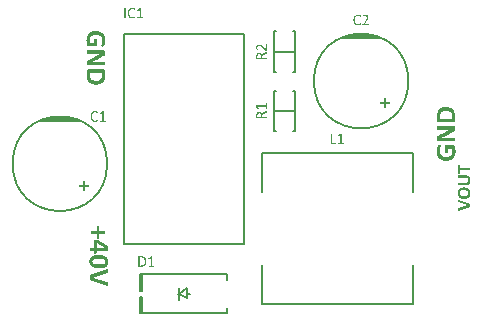
<source format=gto>
G04*
G04 #@! TF.GenerationSoftware,Altium Limited,Altium Designer,20.2.5 (213)*
G04*
G04 Layer_Color=65535*
%FSLAX25Y25*%
%MOIN*%
G70*
G04*
G04 #@! TF.SameCoordinates,D13279C3-A8A1-413E-BFD4-EE2126F61682*
G04*
G04*
G04 #@! TF.FilePolarity,Positive*
G04*
G01*
G75*
%ADD10C,0.00787*%
%ADD11C,0.00591*%
G36*
X345707Y313485D02*
X346486Y313848D01*
X348114Y314401D01*
X349793Y314773D01*
X351502Y314961D01*
X353222D01*
X354931Y314773D01*
X356610Y314401D01*
X358238Y313848D01*
X359018Y313485D01*
Y313485D01*
X345707Y313485D01*
D02*
G37*
G36*
X446101Y341044D02*
X446880Y341407D01*
X448508Y341960D01*
X450187Y342332D01*
X451896Y342520D01*
X453616D01*
X455325Y342332D01*
X457004Y341960D01*
X458632Y341407D01*
X459411Y341044D01*
Y341044D01*
X446101Y341044D01*
D02*
G37*
G36*
X364201Y316728D02*
X364245D01*
X364294Y316722D01*
X364399Y316703D01*
X364405D01*
X364424Y316697D01*
X364449Y316691D01*
X364486Y316685D01*
X364566Y316660D01*
X364659Y316629D01*
X364665D01*
X364678Y316623D01*
X364703Y316610D01*
X364734Y316598D01*
X364802Y316567D01*
X364876Y316530D01*
X364882D01*
X364888Y316524D01*
X364925Y316499D01*
X364969Y316468D01*
X365006Y316437D01*
X365012Y316431D01*
X365024Y316418D01*
X365043Y316400D01*
X365049Y316381D01*
X365055Y316369D01*
X365068Y316338D01*
Y316332D01*
X365074Y316319D01*
Y316301D01*
X365080Y316276D01*
Y316270D01*
X365086Y316257D01*
Y316227D01*
Y316196D01*
Y316189D01*
Y316165D01*
Y316140D01*
X365080Y316109D01*
Y316103D01*
X365074Y316084D01*
X365061Y316041D01*
Y316035D01*
X365055Y316028D01*
X365037Y316004D01*
X365031D01*
X365000Y315998D01*
X364993D01*
X364975Y316004D01*
X364938Y316016D01*
X364894Y316047D01*
X364882Y316053D01*
X364845Y316078D01*
X364795Y316115D01*
X364721Y316158D01*
X364715Y316165D01*
X364703Y316171D01*
X364678Y316183D01*
X364647Y316202D01*
X364610Y316220D01*
X364566Y316239D01*
X364461Y316276D01*
X364455D01*
X364436Y316282D01*
X364405Y316295D01*
X364362Y316307D01*
X364306Y316313D01*
X364245Y316325D01*
X364176Y316332D01*
X364059D01*
X364015Y316325D01*
X363960Y316319D01*
X363892Y316307D01*
X363824Y316295D01*
X363749Y316270D01*
X363675Y316239D01*
X363669Y316233D01*
X363644Y316220D01*
X363607Y316202D01*
X363564Y316171D01*
X363514Y316134D01*
X363458Y316084D01*
X363409Y316028D01*
X363353Y315967D01*
X363347Y315960D01*
X363328Y315936D01*
X363304Y315898D01*
X363279Y315843D01*
X363242Y315781D01*
X363205Y315706D01*
X363174Y315620D01*
X363143Y315527D01*
Y315515D01*
X363130Y315484D01*
X363124Y315428D01*
X363112Y315360D01*
X363099Y315273D01*
X363087Y315174D01*
X363081Y315063D01*
X363074Y314939D01*
Y314933D01*
Y314927D01*
Y314908D01*
Y314883D01*
X363081Y314821D01*
Y314741D01*
X363093Y314654D01*
X363106Y314555D01*
X363118Y314456D01*
X363143Y314357D01*
X363149Y314345D01*
X363155Y314314D01*
X363174Y314270D01*
X363198Y314209D01*
X363223Y314141D01*
X363260Y314072D01*
X363304Y314004D01*
X363347Y313936D01*
X363353Y313930D01*
X363372Y313911D01*
X363403Y313880D01*
X363440Y313843D01*
X363489Y313800D01*
X363545Y313757D01*
X363607Y313720D01*
X363675Y313682D01*
X363681Y313676D01*
X363712Y313670D01*
X363749Y313658D01*
X363805Y313639D01*
X363867Y313620D01*
X363941Y313608D01*
X364022Y313602D01*
X364114Y313596D01*
X364189D01*
X364238Y313602D01*
X364294Y313608D01*
X364350Y313614D01*
X364474Y313645D01*
X364480D01*
X364498Y313651D01*
X364529Y313664D01*
X364566Y313676D01*
X364647Y313713D01*
X364734Y313757D01*
X364740D01*
X364752Y313769D01*
X364771Y313781D01*
X364795Y313794D01*
X364857Y313831D01*
X364913Y313868D01*
X364919D01*
X364925Y313874D01*
X364956Y313899D01*
X364993Y313918D01*
X365024Y313924D01*
X365037D01*
X365055Y313911D01*
X365061D01*
X365068Y313905D01*
X365074Y313899D01*
X365080Y313880D01*
Y313874D01*
X365086Y313868D01*
Y313849D01*
X365092Y313819D01*
Y313812D01*
X365099Y313794D01*
Y313763D01*
Y313720D01*
Y313713D01*
Y313695D01*
Y313670D01*
X365092Y313639D01*
Y313633D01*
Y313620D01*
X365080Y313583D01*
X365074Y313571D01*
X365061Y313546D01*
Y313540D01*
X365055Y313534D01*
X365043Y313515D01*
X365024Y313497D01*
X365018Y313491D01*
X365000Y313478D01*
X364969Y313453D01*
X364913Y313416D01*
X364907D01*
X364901Y313404D01*
X364882Y313398D01*
X364857Y313379D01*
X364789Y313348D01*
X364703Y313305D01*
X364696D01*
X364678Y313299D01*
X364653Y313286D01*
X364622Y313274D01*
X364579Y313262D01*
X364529Y313249D01*
X364412Y313224D01*
X364405D01*
X364381Y313218D01*
X364350Y313212D01*
X364306Y313206D01*
X364251Y313200D01*
X364189Y313193D01*
X364053Y313187D01*
X363997D01*
X363929Y313193D01*
X363848Y313200D01*
X363755Y313212D01*
X363650Y313237D01*
X363545Y313262D01*
X363440Y313299D01*
X363427Y313305D01*
X363396Y313317D01*
X363347Y313348D01*
X363285Y313379D01*
X363211Y313429D01*
X363137Y313484D01*
X363056Y313552D01*
X362982Y313627D01*
X362976Y313639D01*
X362951Y313664D01*
X362914Y313713D01*
X362870Y313781D01*
X362827Y313856D01*
X362777Y313949D01*
X362728Y314054D01*
X362685Y314171D01*
Y314178D01*
X362678Y314184D01*
Y314202D01*
X362672Y314227D01*
X362660Y314258D01*
X362654Y314295D01*
X362635Y314388D01*
X362616Y314493D01*
X362604Y314623D01*
X362592Y314759D01*
X362585Y314914D01*
Y314920D01*
Y314933D01*
Y314957D01*
Y314988D01*
X362592Y315026D01*
Y315069D01*
X362598Y315168D01*
X362610Y315286D01*
X362629Y315416D01*
X362654Y315546D01*
X362691Y315676D01*
Y315682D01*
X362697Y315688D01*
X362703Y315706D01*
X362709Y315731D01*
X362734Y315793D01*
X362771Y315874D01*
X362815Y315967D01*
X362870Y316059D01*
X362932Y316158D01*
X363000Y316251D01*
X363013Y316264D01*
X363037Y316288D01*
X363081Y316332D01*
X363137Y316387D01*
X363211Y316443D01*
X363291Y316505D01*
X363384Y316561D01*
X363483Y316610D01*
X363489D01*
X363495Y316617D01*
X363533Y316629D01*
X363588Y316647D01*
X363669Y316672D01*
X363762Y316697D01*
X363867Y316716D01*
X363984Y316728D01*
X364108Y316734D01*
X364164D01*
X364201Y316728D01*
D02*
G37*
G36*
X366894Y316709D02*
X366900D01*
X366918Y316703D01*
X366943Y316697D01*
X366962Y316691D01*
X366968D01*
X366974Y316685D01*
X366987Y316678D01*
X366993Y316666D01*
X366999Y316660D01*
X367005Y316635D01*
Y313602D01*
X367643D01*
X367668Y313590D01*
X367674D01*
X367680Y313583D01*
X367699Y313552D01*
Y313546D01*
X367705Y313534D01*
X367711Y313515D01*
X367717Y313491D01*
Y313484D01*
X367723Y313472D01*
X367729Y313441D01*
Y313410D01*
Y313404D01*
Y313379D01*
X367723Y313354D01*
X367717Y313323D01*
Y313317D01*
X367711Y313305D01*
X367699Y313268D01*
X367692Y313255D01*
X367668Y313237D01*
X367655D01*
X367630Y313230D01*
X365810D01*
X365786Y313237D01*
X365780Y313243D01*
X365755Y313268D01*
Y313274D01*
X365749Y313286D01*
X365736Y313323D01*
Y313330D01*
Y313348D01*
X365730Y313373D01*
Y313410D01*
Y313416D01*
Y313441D01*
Y313466D01*
X365736Y313491D01*
Y313497D01*
X365742Y313515D01*
X365755Y313552D01*
Y313559D01*
X365761Y313565D01*
X365786Y313590D01*
X365792D01*
X365798Y313596D01*
X365823Y313602D01*
X366547D01*
Y316233D01*
X365879Y315837D01*
X365872Y315830D01*
X365848Y315818D01*
X365823Y315806D01*
X365798Y315799D01*
X365767D01*
X365749Y315812D01*
Y315818D01*
X365736Y315824D01*
X365730Y315843D01*
X365724Y315867D01*
Y315874D01*
Y315898D01*
X365718Y315929D01*
Y315973D01*
Y315979D01*
Y315998D01*
Y316047D01*
Y316053D01*
X365724Y316066D01*
Y316084D01*
X365730Y316103D01*
Y316109D01*
X365736Y316115D01*
X365749Y316140D01*
X365755Y316146D01*
X365761Y316152D01*
X365792Y316171D01*
X366584Y316678D01*
X366590Y316685D01*
X366609Y316691D01*
X366615D01*
X366621Y316697D01*
X366652Y316703D01*
X366659D01*
X366671Y316709D01*
X366714D01*
X366733Y316716D01*
X366857D01*
X366894Y316709D01*
D02*
G37*
G36*
X360651Y292133D02*
X362022D01*
Y291550D01*
X360651D01*
Y290180D01*
X360076D01*
Y291550D01*
X358691D01*
Y292133D01*
X360076D01*
Y293504D01*
X360651D01*
Y292133D01*
D02*
G37*
G36*
X485477Y298934D02*
X485528Y298927D01*
X485535D01*
X485565Y298919D01*
X485594Y298912D01*
X485630Y298905D01*
X485638D01*
X485652Y298898D01*
X485689Y298868D01*
X485696Y298854D01*
X485703Y298817D01*
Y297797D01*
X488991D01*
X488998D01*
X489013D01*
X489035Y297789D01*
X489057Y297775D01*
Y297767D01*
X489071Y297760D01*
X489079Y297738D01*
X489093Y297702D01*
Y297695D01*
X489100Y297673D01*
Y297629D01*
X489108Y297578D01*
Y297563D01*
X489115Y297527D01*
X489122Y297461D01*
Y297308D01*
X489115Y297243D01*
X489108Y297177D01*
Y297163D01*
X489100Y297133D01*
Y297090D01*
X489093Y297046D01*
Y297039D01*
X489086Y297024D01*
X489071Y297002D01*
X489057Y296980D01*
X489049D01*
X489035Y296973D01*
X488991Y296966D01*
X485703D01*
Y295923D01*
X485689Y295887D01*
X485681D01*
X485674Y295872D01*
X485630Y295850D01*
X485623D01*
X485601Y295843D01*
X485572Y295836D01*
X485528Y295828D01*
X485514D01*
X485485D01*
X485433Y295821D01*
X485368D01*
X485361D01*
X485353D01*
X485310D01*
X485258D01*
X485208Y295828D01*
X485193D01*
X485171Y295836D01*
X485135Y295843D01*
X485105Y295850D01*
X485098D01*
X485083Y295858D01*
X485062Y295872D01*
X485047Y295887D01*
X485040Y295894D01*
X485033Y295901D01*
X485025Y295916D01*
Y298832D01*
X485033Y298854D01*
X485047Y298868D01*
Y298876D01*
X485062Y298883D01*
X485076Y298890D01*
X485105Y298905D01*
X485113D01*
X485135Y298912D01*
X485164Y298919D01*
X485208Y298927D01*
X485222D01*
X485251Y298934D01*
X485302Y298941D01*
X485368D01*
X485375D01*
X485382D01*
X485426D01*
X485477Y298934D01*
D02*
G37*
G36*
X487722Y295340D02*
X487810Y295333D01*
X487919Y295318D01*
X488029Y295296D01*
X488145Y295267D01*
X488262Y295231D01*
X488277Y295223D01*
X488313Y295209D01*
X488364Y295187D01*
X488430Y295150D01*
X488510Y295099D01*
X488597Y295048D01*
X488678Y294983D01*
X488758Y294903D01*
X488765Y294895D01*
X488794Y294866D01*
X488831Y294822D01*
X488874Y294757D01*
X488925Y294684D01*
X488976Y294589D01*
X489027Y294487D01*
X489071Y294378D01*
X489079Y294363D01*
X489086Y294319D01*
X489100Y294254D01*
X489122Y294174D01*
X489144Y294064D01*
X489159Y293940D01*
X489166Y293802D01*
X489173Y293656D01*
Y293590D01*
X489166Y293517D01*
X489159Y293423D01*
X489151Y293321D01*
X489129Y293204D01*
X489108Y293080D01*
X489079Y292963D01*
X489071Y292949D01*
X489064Y292912D01*
X489035Y292854D01*
X489006Y292781D01*
X488969Y292701D01*
X488918Y292614D01*
X488860Y292526D01*
X488794Y292446D01*
X488787Y292439D01*
X488758Y292409D01*
X488714Y292373D01*
X488656Y292329D01*
X488590Y292278D01*
X488503Y292220D01*
X488408Y292169D01*
X488306Y292125D01*
X488291Y292118D01*
X488255Y292110D01*
X488189Y292089D01*
X488109Y292074D01*
X488007Y292052D01*
X487890Y292030D01*
X487766Y292023D01*
X487620Y292016D01*
X485142D01*
X485135D01*
X485120D01*
X485083Y292030D01*
X485076Y292038D01*
X485069Y292045D01*
X485054Y292067D01*
X485040Y292096D01*
Y292103D01*
X485033Y292132D01*
X485025Y292176D01*
X485018Y292227D01*
Y292242D01*
X485011Y292285D01*
X485003Y292344D01*
Y292497D01*
X485011Y292563D01*
X485018Y292628D01*
Y292643D01*
X485025Y292672D01*
X485033Y292716D01*
X485040Y292752D01*
Y292759D01*
X485047Y292781D01*
X485062Y292803D01*
X485083Y292825D01*
X485091Y292832D01*
X485098Y292840D01*
X485120Y292847D01*
X485142D01*
X487548D01*
X487555D01*
X487591D01*
X487635D01*
X487693Y292854D01*
X487759Y292861D01*
X487832Y292869D01*
X487970Y292905D01*
X487978D01*
X487999Y292920D01*
X488029Y292927D01*
X488072Y292949D01*
X488167Y293000D01*
X488262Y293073D01*
X488269Y293080D01*
X488284Y293095D01*
X488298Y293116D01*
X488328Y293153D01*
X488386Y293233D01*
X488437Y293342D01*
Y293350D01*
X488444Y293372D01*
X488451Y293401D01*
X488466Y293445D01*
X488473Y293496D01*
X488488Y293554D01*
X488495Y293692D01*
Y293765D01*
X488488Y293809D01*
X488473Y293926D01*
X488437Y294042D01*
Y294050D01*
X488422Y294072D01*
X488415Y294093D01*
X488393Y294130D01*
X488335Y294217D01*
X488262Y294305D01*
X488255Y294312D01*
X488240Y294327D01*
X488218Y294341D01*
X488182Y294370D01*
X488138Y294392D01*
X488094Y294421D01*
X487978Y294473D01*
X487970D01*
X487949Y294480D01*
X487912Y294494D01*
X487868Y294502D01*
X487810Y294516D01*
X487744Y294524D01*
X487599Y294531D01*
X485142D01*
X485135D01*
X485120D01*
X485083Y294545D01*
X485076Y294553D01*
X485069Y294560D01*
X485054Y294582D01*
X485040Y294611D01*
Y294618D01*
X485033Y294647D01*
X485025Y294691D01*
X485018Y294742D01*
Y294757D01*
X485011Y294800D01*
X485003Y294859D01*
Y295005D01*
X485011Y295070D01*
X485018Y295129D01*
Y295143D01*
X485025Y295172D01*
X485033Y295216D01*
X485040Y295252D01*
Y295260D01*
X485047Y295282D01*
X485062Y295304D01*
X485083Y295325D01*
X485091Y295333D01*
X485098Y295340D01*
X485120Y295347D01*
X485142D01*
X487584D01*
X487591D01*
X487599D01*
X487620D01*
X487650D01*
X487722Y295340D01*
D02*
G37*
G36*
X487154Y291309D02*
X487205D01*
X487322Y291301D01*
X487467Y291287D01*
X487613Y291258D01*
X487774Y291228D01*
X487927Y291185D01*
X487934D01*
X487941Y291177D01*
X487963Y291170D01*
X487992Y291163D01*
X488065Y291134D01*
X488160Y291090D01*
X488269Y291039D01*
X488379Y290973D01*
X488495Y290900D01*
X488605Y290813D01*
X488619Y290798D01*
X488648Y290769D01*
X488699Y290718D01*
X488758Y290645D01*
X488831Y290550D01*
X488896Y290448D01*
X488969Y290324D01*
X489027Y290193D01*
Y290186D01*
X489035Y290179D01*
X489042Y290157D01*
X489049Y290128D01*
X489071Y290055D01*
X489100Y289953D01*
X489129Y289829D01*
X489151Y289683D01*
X489166Y289523D01*
X489173Y289348D01*
Y289267D01*
X489166Y289224D01*
Y289180D01*
X489159Y289063D01*
X489144Y288939D01*
X489122Y288801D01*
X489093Y288655D01*
X489049Y288516D01*
Y288509D01*
X489042Y288502D01*
X489027Y288458D01*
X488998Y288393D01*
X488954Y288312D01*
X488904Y288218D01*
X488838Y288123D01*
X488758Y288021D01*
X488670Y287926D01*
X488656Y287919D01*
X488626Y287890D01*
X488568Y287846D01*
X488495Y287795D01*
X488401Y287737D01*
X488291Y287678D01*
X488160Y287627D01*
X488021Y287576D01*
X488014D01*
X488007Y287569D01*
X487978D01*
X487949Y287561D01*
X487912Y287547D01*
X487868Y287540D01*
X487759Y287518D01*
X487620Y287496D01*
X487460Y287481D01*
X487285Y287467D01*
X487088Y287459D01*
X487081D01*
X487066D01*
X487037D01*
X487008D01*
X486964Y287467D01*
X486913D01*
X486797Y287474D01*
X486658Y287489D01*
X486512Y287510D01*
X486359Y287540D01*
X486206Y287583D01*
X486199D01*
X486192Y287591D01*
X486170Y287598D01*
X486141Y287605D01*
X486068Y287634D01*
X485973Y287678D01*
X485864Y287729D01*
X485754Y287795D01*
X485638Y287868D01*
X485528Y287955D01*
X485514Y287970D01*
X485485Y287999D01*
X485433Y288050D01*
X485368Y288123D01*
X485302Y288210D01*
X485229Y288320D01*
X485164Y288436D01*
X485105Y288568D01*
Y288575D01*
X485098Y288582D01*
X485091Y288604D01*
X485083Y288633D01*
X485054Y288713D01*
X485025Y288815D01*
X485003Y288939D01*
X484974Y289085D01*
X484960Y289246D01*
X484952Y289421D01*
Y289537D01*
X484960Y289588D01*
X484967Y289698D01*
X484981Y289829D01*
X485003Y289960D01*
X485033Y290099D01*
X485076Y290237D01*
Y290244D01*
X485083Y290252D01*
X485098Y290295D01*
X485127Y290361D01*
X485171Y290448D01*
X485222Y290536D01*
X485288Y290638D01*
X485368Y290733D01*
X485455Y290827D01*
X485470Y290835D01*
X485499Y290864D01*
X485557Y290908D01*
X485630Y290966D01*
X485725Y291024D01*
X485834Y291083D01*
X485966Y291141D01*
X486104Y291192D01*
X486111D01*
X486119Y291199D01*
X486141Y291207D01*
X486170Y291214D01*
X486206Y291221D01*
X486257Y291228D01*
X486367Y291258D01*
X486498Y291279D01*
X486651Y291294D01*
X486833Y291309D01*
X487023Y291316D01*
X487030D01*
X487044D01*
X487074D01*
X487110D01*
X487154Y291309D01*
D02*
G37*
G36*
X485164Y287124D02*
X485178D01*
X485208Y287117D01*
X485266Y287102D01*
X485339Y287080D01*
X488962Y285863D01*
X488969D01*
X488991Y285856D01*
X489049Y285819D01*
X489057Y285812D01*
X489064Y285805D01*
X489079Y285775D01*
X489093Y285739D01*
Y285732D01*
X489100Y285695D01*
X489108Y285644D01*
X489115Y285579D01*
Y285513D01*
X489122Y285433D01*
Y285185D01*
X489115Y285112D01*
Y285010D01*
X489108Y284959D01*
Y284952D01*
X489100Y284923D01*
Y284886D01*
X489093Y284857D01*
Y284850D01*
X489086Y284835D01*
X489071Y284791D01*
X489064Y284784D01*
X489057Y284777D01*
X489020Y284748D01*
X489013D01*
X488998Y284740D01*
X488954Y284726D01*
X485331Y283508D01*
X485324D01*
X485310Y283501D01*
X485266Y283486D01*
X485215Y283472D01*
X485156Y283465D01*
X485142D01*
X485120D01*
X485091Y283472D01*
X485062Y283494D01*
X485054Y283501D01*
X485040Y283523D01*
X485025Y283567D01*
X485018Y283625D01*
Y283640D01*
X485011Y283661D01*
Y283734D01*
X485003Y283778D01*
Y284055D01*
X485011Y284121D01*
Y284135D01*
X485018Y284164D01*
X485025Y284208D01*
X485040Y284245D01*
Y284252D01*
X485047Y284266D01*
X485062Y284288D01*
X485083Y284303D01*
X485091Y284310D01*
X485105Y284317D01*
X485127Y284325D01*
X485164Y284339D01*
X488306Y285338D01*
X485178Y286315D01*
X485171D01*
X485142Y286322D01*
X485120Y286337D01*
X485091Y286344D01*
X485083Y286351D01*
X485069Y286359D01*
X485054Y286381D01*
X485040Y286410D01*
X485033Y286417D01*
X485025Y286446D01*
X485018Y286483D01*
X485011Y286541D01*
Y286577D01*
X485003Y286607D01*
Y286854D01*
X485011Y286935D01*
X485018Y287000D01*
Y287015D01*
X485025Y287044D01*
X485040Y287080D01*
X485062Y287110D01*
X485069Y287117D01*
X485091Y287124D01*
X485120Y287131D01*
X485164Y287124D01*
D02*
G37*
G36*
X481224Y318122D02*
X481301D01*
X481498Y318100D01*
X481727Y318078D01*
X481968Y318035D01*
X482219Y317980D01*
X482448Y317903D01*
X482459D01*
X482470Y317893D01*
X482503Y317882D01*
X482547Y317860D01*
X482656Y317816D01*
X482787Y317740D01*
X482940Y317652D01*
X483104Y317543D01*
X483268Y317412D01*
X483421Y317269D01*
X483432Y317248D01*
X483487Y317193D01*
X483553Y317106D01*
X483629Y316996D01*
X483716Y316854D01*
X483804Y316679D01*
X483891Y316482D01*
X483968Y316275D01*
Y316264D01*
X483979Y316253D01*
Y316220D01*
X483990Y316166D01*
X484012Y316111D01*
X484022Y316045D01*
X484055Y315881D01*
X484088Y315674D01*
X484110Y315433D01*
X484132Y315171D01*
X484143Y314876D01*
Y313389D01*
X484132Y313324D01*
X484110Y313236D01*
X484055Y313149D01*
X484033Y313138D01*
X483990Y313105D01*
X483891Y313061D01*
X483837Y313051D01*
X483760D01*
X478426D01*
X478415D01*
X478394D01*
X478361Y313061D01*
X478306D01*
X478219Y313094D01*
X478164Y313116D01*
X478131Y313149D01*
X478120Y313171D01*
X478077Y313225D01*
X478044Y313302D01*
X478033Y313411D01*
Y315127D01*
X478044Y315193D01*
Y315280D01*
X478055Y315466D01*
X478077Y315685D01*
X478120Y315914D01*
X478164Y316155D01*
X478230Y316373D01*
Y316384D01*
X478240Y316395D01*
X478251Y316428D01*
X478262Y316472D01*
X478306Y316570D01*
X478372Y316701D01*
X478448Y316854D01*
X478546Y317018D01*
X478667Y317171D01*
X478798Y317324D01*
X478820Y317346D01*
X478863Y317390D01*
X478940Y317455D01*
X479049Y317543D01*
X479191Y317641D01*
X479344Y317740D01*
X479530Y317838D01*
X479727Y317925D01*
X479738D01*
X479749Y317936D01*
X479782Y317947D01*
X479825Y317958D01*
X479935Y317991D01*
X480088Y318035D01*
X480284Y318067D01*
X480492Y318100D01*
X480743Y318122D01*
X481006Y318133D01*
X481017D01*
X481039D01*
X481082D01*
X481148D01*
X481224Y318122D01*
D02*
G37*
G36*
X483848Y311695D02*
X483913Y311673D01*
X483924Y311662D01*
X483957Y311651D01*
X484001Y311619D01*
X484055Y311575D01*
X484066Y311564D01*
X484088Y311531D01*
X484110Y311488D01*
X484132Y311422D01*
Y311411D01*
X484143Y311367D01*
X484154Y311313D01*
Y310624D01*
X484143Y310526D01*
X484121Y310427D01*
X484110Y310405D01*
X484099Y310351D01*
X484055Y310285D01*
X484012Y310209D01*
X483990Y310187D01*
X483946Y310143D01*
X483869Y310088D01*
X483771Y310012D01*
X483760D01*
X483738Y310001D01*
X483706Y309979D01*
X483662Y309957D01*
X483541Y309892D01*
X483389Y309804D01*
X480525Y308274D01*
X480514Y308263D01*
X480481Y308252D01*
X480427Y308230D01*
X480361Y308187D01*
X480284Y308154D01*
X480186Y308099D01*
X479978Y308001D01*
X479967Y307990D01*
X479924Y307979D01*
X479869Y307957D01*
X479792Y307924D01*
X479705Y307881D01*
X479607Y307848D01*
X479399Y307760D01*
Y307750D01*
X479410D01*
X479454D01*
X479530Y307760D01*
X479618D01*
X479716Y307771D01*
X479836D01*
X480088Y307782D01*
X480099D01*
X480142D01*
X480208D01*
X480295Y307793D01*
X480405D01*
X480514D01*
X480776D01*
X483979D01*
X483990D01*
X484001D01*
X484033Y307782D01*
X484066Y307760D01*
X484088Y307738D01*
X484099Y307717D01*
X484121Y307673D01*
Y307662D01*
X484132Y307629D01*
X484143Y307575D01*
X484154Y307498D01*
Y307476D01*
X484164Y307422D01*
X484175Y307334D01*
Y307126D01*
X484164Y307039D01*
X484154Y306952D01*
Y306930D01*
X484143Y306886D01*
X484132Y306831D01*
X484121Y306777D01*
Y306766D01*
X484110Y306744D01*
X484088Y306722D01*
X484066Y306700D01*
X484055D01*
X484033Y306689D01*
X483979Y306678D01*
X478481D01*
X478470D01*
X478448D01*
X478404Y306689D01*
X478361D01*
X478251Y306733D01*
X478197Y306755D01*
X478153Y306799D01*
X478142Y306809D01*
X478131Y306820D01*
X478087Y306886D01*
X478055Y306984D01*
X478033Y307050D01*
Y307881D01*
X478044Y307979D01*
X478066Y308077D01*
Y308088D01*
X478077Y308099D01*
X478087Y308154D01*
X478120Y308230D01*
X478175Y308296D01*
X478186Y308318D01*
X478219Y308362D01*
X478284Y308416D01*
X478372Y308482D01*
X478394Y308493D01*
X478459Y308536D01*
X478546Y308591D01*
X478678Y308657D01*
X480907Y309859D01*
X480918D01*
X480940Y309881D01*
X480984Y309892D01*
X481039Y309925D01*
X481170Y309979D01*
X481312Y310056D01*
X481323D01*
X481345Y310078D01*
X481388Y310099D01*
X481432Y310121D01*
X481563Y310187D01*
X481705Y310252D01*
X481716D01*
X481738Y310274D01*
X481782Y310285D01*
X481825Y310318D01*
X481946Y310373D01*
X482088Y310438D01*
X482099D01*
X482121Y310460D01*
X482153Y310471D01*
X482208Y310504D01*
X482317Y310559D01*
X482459Y310624D01*
X482448D01*
X482405D01*
X482339D01*
X482252Y310613D01*
X482142D01*
X482033D01*
X481771Y310602D01*
X481749D01*
X481705D01*
X481640D01*
X481552D01*
X481443D01*
X481334D01*
X481093D01*
X478219D01*
X478208D01*
X478197D01*
X478142Y310624D01*
X478131Y310635D01*
X478120Y310646D01*
X478098Y310679D01*
X478077Y310722D01*
X478066Y310733D01*
X478055Y310766D01*
X478044Y310821D01*
X478033Y310897D01*
Y310919D01*
X478022Y310974D01*
X478011Y311061D01*
Y311269D01*
X478022Y311345D01*
X478033Y311433D01*
Y311455D01*
X478044Y311498D01*
X478055Y311553D01*
X478077Y311597D01*
Y311608D01*
X478087Y311630D01*
X478109Y311662D01*
X478142Y311684D01*
Y311695D01*
X478164Y311706D01*
X478186Y311717D01*
X478219D01*
X483716D01*
X483738D01*
X483782D01*
X483848Y311695D01*
D02*
G37*
G36*
X479137Y305411D02*
X479213Y305399D01*
X479224D01*
X479268Y305389D01*
X479322Y305378D01*
X479377Y305367D01*
X479388D01*
X479410Y305356D01*
X479432Y305334D01*
X479454Y305312D01*
X479465Y305301D01*
X479476Y305246D01*
Y305236D01*
X479465Y305192D01*
X479443Y305126D01*
X479399Y305039D01*
Y305028D01*
X479388Y305017D01*
X479366Y304984D01*
X479344Y304941D01*
X479279Y304831D01*
X479213Y304678D01*
Y304667D01*
X479191Y304634D01*
X479180Y304591D01*
X479148Y304525D01*
X479126Y304449D01*
X479093Y304361D01*
X479060Y304252D01*
X479027Y304143D01*
Y304132D01*
X479016Y304088D01*
X478995Y304022D01*
X478984Y303935D01*
X478962Y303826D01*
X478951Y303705D01*
X478940Y303563D01*
Y303334D01*
X478951Y303257D01*
X478962Y303148D01*
X478984Y303028D01*
X479006Y302886D01*
X479049Y302754D01*
X479104Y302612D01*
X479115Y302602D01*
X479137Y302558D01*
X479170Y302481D01*
X479213Y302405D01*
X479279Y302306D01*
X479355Y302197D01*
X479443Y302099D01*
X479541Y302000D01*
X479552Y301989D01*
X479585Y301957D01*
X479650Y301913D01*
X479727Y301858D01*
X479825Y301793D01*
X479935Y301727D01*
X480066Y301661D01*
X480208Y301607D01*
X480230D01*
X480273Y301585D01*
X480361Y301563D01*
X480459Y301541D01*
X480590Y301519D01*
X480743Y301498D01*
X480907Y301487D01*
X481082Y301476D01*
X481093D01*
X481104D01*
X481170D01*
X481268Y301487D01*
X481399Y301498D01*
X481541Y301508D01*
X481694Y301530D01*
X481858Y301563D01*
X482011Y301607D01*
X482033Y301618D01*
X482077Y301629D01*
X482153Y301661D01*
X482241Y301705D01*
X482350Y301771D01*
X482459Y301836D01*
X482569Y301913D01*
X482678Y302000D01*
X482689Y302011D01*
X482722Y302044D01*
X482765Y302099D01*
X482831Y302175D01*
X482897Y302263D01*
X482962Y302361D01*
X483028Y302470D01*
X483082Y302602D01*
Y302612D01*
X483104Y302667D01*
X483126Y302733D01*
X483148Y302831D01*
X483170Y302940D01*
X483192Y303071D01*
X483203Y303224D01*
X483214Y303378D01*
Y303454D01*
X483203Y303509D01*
X483192Y303640D01*
X483170Y303793D01*
Y303804D01*
X483159Y303826D01*
X483148Y303869D01*
X483137Y303924D01*
X483093Y304044D01*
X483028Y304175D01*
X481607D01*
Y302995D01*
X481596Y302962D01*
X481563Y302918D01*
X481508Y302875D01*
X481498D01*
X481487Y302864D01*
X481465D01*
X481421Y302853D01*
X481377Y302842D01*
X481312D01*
X481235Y302831D01*
X481148D01*
X481137D01*
X481126D01*
X481071D01*
X480995D01*
X480929Y302842D01*
X480907D01*
X480875Y302853D01*
X480820Y302864D01*
X480776Y302875D01*
X480765D01*
X480743Y302886D01*
X480722Y302907D01*
X480700Y302929D01*
X480689Y302940D01*
X480678Y302951D01*
X480667Y302973D01*
Y305115D01*
X480678Y305159D01*
X480700Y305203D01*
Y305214D01*
X480722Y305246D01*
X480743Y305279D01*
X480776Y305312D01*
X480787Y305323D01*
X480809Y305334D01*
X480853Y305356D01*
X480907Y305378D01*
X480918Y305389D01*
X480951Y305399D01*
X481006Y305411D01*
X481071D01*
X483509D01*
X483520D01*
X483531D01*
X483596Y305399D01*
X483673Y305389D01*
X483760Y305356D01*
X483771Y305345D01*
X483815Y305312D01*
X483869Y305246D01*
X483924Y305148D01*
Y305137D01*
X483935Y305126D01*
X483946Y305083D01*
X483957Y305039D01*
X484001Y304919D01*
X484055Y304766D01*
Y304755D01*
X484066Y304733D01*
X484077Y304678D01*
X484088Y304624D01*
X484110Y304558D01*
X484121Y304470D01*
X484154Y304296D01*
Y304285D01*
X484164Y304252D01*
Y304208D01*
X484175Y304143D01*
X484186Y304066D01*
X484197Y303990D01*
X484219Y303804D01*
Y303760D01*
X484230Y303716D01*
Y303651D01*
X484241Y303574D01*
Y303498D01*
X484252Y303312D01*
Y303192D01*
X484241Y303126D01*
Y303050D01*
X484230Y302875D01*
X484197Y302667D01*
X484164Y302448D01*
X484110Y302219D01*
X484044Y302000D01*
Y301989D01*
X484033Y301978D01*
X484022Y301946D01*
X484001Y301902D01*
X483957Y301793D01*
X483891Y301661D01*
X483804Y301508D01*
X483706Y301344D01*
X483585Y301181D01*
X483443Y301017D01*
X483421Y300995D01*
X483367Y300951D01*
X483290Y300874D01*
X483170Y300787D01*
X483028Y300689D01*
X482864Y300590D01*
X482678Y300492D01*
X482470Y300405D01*
X482459D01*
X482448Y300394D01*
X482416Y300383D01*
X482372Y300372D01*
X482317Y300361D01*
X482252Y300339D01*
X482088Y300306D01*
X481891Y300262D01*
X481672Y300230D01*
X481421Y300208D01*
X481159Y300197D01*
X481148D01*
X481126D01*
X481082D01*
X481028D01*
X480962Y300208D01*
X480886D01*
X480711Y300230D01*
X480503Y300252D01*
X480273Y300284D01*
X480044Y300339D01*
X479814Y300415D01*
X479804D01*
X479792Y300426D01*
X479760Y300437D01*
X479716Y300459D01*
X479607Y300514D01*
X479465Y300579D01*
X479301Y300678D01*
X479137Y300787D01*
X478962Y300918D01*
X478798Y301060D01*
X478776Y301082D01*
X478732Y301137D01*
X478656Y301224D01*
X478557Y301344D01*
X478448Y301487D01*
X478350Y301661D01*
X478240Y301858D01*
X478153Y302066D01*
Y302077D01*
X478142Y302088D01*
X478131Y302120D01*
X478120Y302175D01*
X478098Y302230D01*
X478077Y302295D01*
X478033Y302448D01*
X478000Y302645D01*
X477956Y302864D01*
X477934Y303115D01*
X477923Y303378D01*
Y303520D01*
X477934Y303618D01*
Y303727D01*
X477945Y303848D01*
X477978Y304099D01*
Y304110D01*
X477989Y304153D01*
X478000Y304219D01*
X478011Y304296D01*
X478033Y304383D01*
X478066Y304481D01*
X478120Y304667D01*
Y304678D01*
X478131Y304711D01*
X478153Y304755D01*
X478164Y304809D01*
X478219Y304941D01*
X478284Y305072D01*
Y305083D01*
X478295Y305094D01*
X478339Y305159D01*
X478383Y305236D01*
X478437Y305290D01*
X478448Y305301D01*
X478481Y305323D01*
X478546Y305356D01*
X478623Y305389D01*
X478645Y305399D01*
X478678D01*
X478711Y305411D01*
X478765D01*
X478831Y305421D01*
X478896D01*
X478984D01*
X478995D01*
X479006D01*
X479060D01*
X479137Y305411D01*
D02*
G37*
G36*
X364510Y343493D02*
X364587D01*
X364762Y343471D01*
X364969Y343449D01*
X365199Y343417D01*
X365428Y343362D01*
X365658Y343285D01*
X365669D01*
X365680Y343274D01*
X365713Y343264D01*
X365756Y343242D01*
X365866Y343187D01*
X366008Y343121D01*
X366172Y343023D01*
X366336Y342914D01*
X366511Y342783D01*
X366674Y342640D01*
X366696Y342619D01*
X366740Y342564D01*
X366817Y342477D01*
X366915Y342356D01*
X367024Y342214D01*
X367123Y342039D01*
X367232Y341843D01*
X367319Y341635D01*
Y341624D01*
X367330Y341613D01*
X367341Y341580D01*
X367352Y341526D01*
X367374Y341471D01*
X367396Y341405D01*
X367440Y341252D01*
X367472Y341056D01*
X367516Y340837D01*
X367538Y340586D01*
X367549Y340323D01*
Y340181D01*
X367538Y340083D01*
Y339973D01*
X367527Y339853D01*
X367494Y339602D01*
Y339591D01*
X367483Y339547D01*
X367472Y339482D01*
X367461Y339405D01*
X367440Y339318D01*
X367407Y339219D01*
X367352Y339034D01*
Y339023D01*
X367341Y338990D01*
X367319Y338946D01*
X367308Y338892D01*
X367254Y338760D01*
X367188Y338629D01*
Y338618D01*
X367177Y338607D01*
X367134Y338542D01*
X367090Y338465D01*
X367035Y338411D01*
X367024Y338400D01*
X366991Y338378D01*
X366926Y338345D01*
X366849Y338312D01*
X366828Y338301D01*
X366795D01*
X366762Y338290D01*
X366707D01*
X366642Y338279D01*
X366576D01*
X366489D01*
X366478D01*
X366467D01*
X366412D01*
X366336Y338290D01*
X366259Y338301D01*
X366248D01*
X366205Y338312D01*
X366150Y338323D01*
X366095Y338334D01*
X366084D01*
X366062Y338345D01*
X366041Y338367D01*
X366019Y338389D01*
X366008Y338400D01*
X365997Y338454D01*
Y338465D01*
X366008Y338509D01*
X366030Y338575D01*
X366073Y338662D01*
Y338673D01*
X366084Y338684D01*
X366106Y338717D01*
X366128Y338760D01*
X366194Y338870D01*
X366259Y339023D01*
Y339034D01*
X366281Y339066D01*
X366292Y339110D01*
X366325Y339176D01*
X366347Y339252D01*
X366379Y339340D01*
X366412Y339449D01*
X366445Y339558D01*
Y339569D01*
X366456Y339613D01*
X366478Y339678D01*
X366489Y339766D01*
X366511Y339875D01*
X366522Y339995D01*
X366532Y340138D01*
Y340367D01*
X366522Y340443D01*
X366511Y340553D01*
X366489Y340673D01*
X366467Y340815D01*
X366423Y340946D01*
X366369Y341088D01*
X366358Y341099D01*
X366336Y341143D01*
X366303Y341220D01*
X366259Y341296D01*
X366194Y341394D01*
X366117Y341504D01*
X366030Y341602D01*
X365931Y341701D01*
X365920Y341711D01*
X365888Y341744D01*
X365822Y341788D01*
X365745Y341843D01*
X365647Y341908D01*
X365538Y341974D01*
X365407Y342039D01*
X365265Y342094D01*
X365243D01*
X365199Y342116D01*
X365111Y342138D01*
X365013Y342160D01*
X364882Y342181D01*
X364729Y342203D01*
X364565Y342214D01*
X364390Y342225D01*
X364379D01*
X364368D01*
X364303D01*
X364204Y342214D01*
X364073Y342203D01*
X363931Y342192D01*
X363778Y342171D01*
X363614Y342138D01*
X363461Y342094D01*
X363439Y342083D01*
X363396Y342072D01*
X363319Y342039D01*
X363232Y341996D01*
X363122Y341930D01*
X363013Y341864D01*
X362904Y341788D01*
X362794Y341701D01*
X362784Y341690D01*
X362751Y341657D01*
X362707Y341602D01*
X362641Y341526D01*
X362576Y341438D01*
X362510Y341340D01*
X362445Y341231D01*
X362390Y341099D01*
Y341088D01*
X362368Y341034D01*
X362346Y340968D01*
X362324Y340870D01*
X362302Y340760D01*
X362281Y340629D01*
X362270Y340476D01*
X362259Y340323D01*
Y340247D01*
X362270Y340192D01*
X362281Y340061D01*
X362302Y339908D01*
Y339897D01*
X362314Y339875D01*
X362324Y339831D01*
X362335Y339777D01*
X362379Y339657D01*
X362445Y339525D01*
X363865D01*
Y340706D01*
X363877Y340739D01*
X363909Y340782D01*
X363964Y340826D01*
X363975D01*
X363986Y340837D01*
X364008D01*
X364051Y340848D01*
X364095Y340859D01*
X364161D01*
X364237Y340870D01*
X364325D01*
X364335D01*
X364347D01*
X364401D01*
X364478D01*
X364543Y340859D01*
X364565D01*
X364598Y340848D01*
X364652Y340837D01*
X364696Y340826D01*
X364707D01*
X364729Y340815D01*
X364751Y340793D01*
X364773Y340771D01*
X364784Y340760D01*
X364795Y340750D01*
X364806Y340728D01*
Y338585D01*
X364795Y338542D01*
X364773Y338498D01*
Y338487D01*
X364751Y338454D01*
X364729Y338422D01*
X364696Y338389D01*
X364685Y338378D01*
X364663Y338367D01*
X364620Y338345D01*
X364565Y338323D01*
X364554Y338312D01*
X364521Y338301D01*
X364467Y338290D01*
X364401D01*
X361964D01*
X361953D01*
X361942D01*
X361876Y338301D01*
X361800Y338312D01*
X361712Y338345D01*
X361701Y338356D01*
X361658Y338389D01*
X361603Y338454D01*
X361548Y338553D01*
Y338564D01*
X361537Y338575D01*
X361526Y338618D01*
X361516Y338662D01*
X361472Y338782D01*
X361417Y338935D01*
Y338946D01*
X361406Y338968D01*
X361395Y339023D01*
X361384Y339077D01*
X361363Y339143D01*
X361352Y339230D01*
X361319Y339405D01*
Y339416D01*
X361308Y339449D01*
Y339493D01*
X361297Y339558D01*
X361286Y339635D01*
X361275Y339711D01*
X361253Y339897D01*
Y339941D01*
X361242Y339984D01*
Y340050D01*
X361231Y340127D01*
Y340203D01*
X361221Y340389D01*
Y340509D01*
X361231Y340575D01*
Y340651D01*
X361242Y340826D01*
X361275Y341034D01*
X361308Y341252D01*
X361363Y341482D01*
X361428Y341701D01*
Y341711D01*
X361439Y341722D01*
X361450Y341755D01*
X361472Y341799D01*
X361516Y341908D01*
X361581Y342039D01*
X361669Y342192D01*
X361767Y342356D01*
X361887Y342520D01*
X362029Y342684D01*
X362051Y342706D01*
X362106Y342750D01*
X362182Y342826D01*
X362302Y342914D01*
X362445Y343012D01*
X362609Y343110D01*
X362794Y343209D01*
X363002Y343296D01*
X363013D01*
X363024Y343307D01*
X363057Y343318D01*
X363100Y343329D01*
X363155Y343340D01*
X363221Y343362D01*
X363385Y343395D01*
X363581Y343438D01*
X363800Y343471D01*
X364051Y343493D01*
X364314Y343504D01*
X364325D01*
X364347D01*
X364390D01*
X364445D01*
X364510Y343493D01*
D02*
G37*
G36*
X367068Y337012D02*
X367112D01*
X367221Y336968D01*
X367276Y336946D01*
X367319Y336902D01*
X367330Y336891D01*
X367341Y336880D01*
X367385Y336815D01*
X367418Y336716D01*
X367440Y336651D01*
Y335820D01*
X367429Y335722D01*
X367407Y335623D01*
Y335613D01*
X367396Y335601D01*
X367385Y335547D01*
X367352Y335470D01*
X367298Y335405D01*
X367287Y335383D01*
X367254Y335339D01*
X367188Y335285D01*
X367101Y335219D01*
X367079Y335208D01*
X367013Y335164D01*
X366926Y335110D01*
X366795Y335044D01*
X364565Y333842D01*
X364554D01*
X364532Y333820D01*
X364489Y333809D01*
X364434Y333776D01*
X364303Y333722D01*
X364161Y333645D01*
X364150D01*
X364128Y333623D01*
X364084Y333601D01*
X364040Y333579D01*
X363909Y333514D01*
X363767Y333448D01*
X363756D01*
X363734Y333426D01*
X363691Y333416D01*
X363647Y333383D01*
X363527Y333328D01*
X363385Y333262D01*
X363374D01*
X363352Y333241D01*
X363319Y333230D01*
X363264Y333197D01*
X363155Y333142D01*
X363013Y333077D01*
X363024D01*
X363068D01*
X363133D01*
X363221Y333088D01*
X363330D01*
X363439D01*
X363702Y333099D01*
X363723D01*
X363767D01*
X363833D01*
X363920D01*
X364030D01*
X364139D01*
X364379D01*
X367254D01*
X367265D01*
X367276D01*
X367330Y333077D01*
X367341Y333066D01*
X367352Y333055D01*
X367374Y333022D01*
X367396Y332978D01*
X367407Y332967D01*
X367418Y332935D01*
X367429Y332880D01*
X367440Y332804D01*
Y332782D01*
X367451Y332727D01*
X367461Y332640D01*
Y332432D01*
X367451Y332355D01*
X367440Y332268D01*
Y332246D01*
X367429Y332202D01*
X367418Y332148D01*
X367396Y332104D01*
Y332093D01*
X367385Y332071D01*
X367363Y332038D01*
X367330Y332016D01*
Y332006D01*
X367308Y331995D01*
X367287Y331984D01*
X367254D01*
X361756D01*
X361734D01*
X361690D01*
X361625Y332006D01*
X361559Y332027D01*
X361548Y332038D01*
X361516Y332049D01*
X361472Y332082D01*
X361417Y332126D01*
X361406Y332137D01*
X361384Y332170D01*
X361363Y332213D01*
X361341Y332279D01*
Y332290D01*
X361330Y332333D01*
X361319Y332388D01*
Y333077D01*
X361330Y333175D01*
X361352Y333274D01*
X361363Y333295D01*
X361373Y333350D01*
X361417Y333416D01*
X361461Y333492D01*
X361483Y333514D01*
X361526Y333558D01*
X361603Y333612D01*
X361701Y333689D01*
X361712D01*
X361734Y333700D01*
X361767Y333722D01*
X361811Y333743D01*
X361931Y333809D01*
X362084Y333896D01*
X364948Y335427D01*
X364959Y335438D01*
X364991Y335449D01*
X365046Y335470D01*
X365111Y335514D01*
X365188Y335547D01*
X365286Y335601D01*
X365494Y335700D01*
X365505Y335711D01*
X365549Y335722D01*
X365603Y335744D01*
X365680Y335776D01*
X365767Y335820D01*
X365866Y335853D01*
X366073Y335940D01*
Y335951D01*
X366062D01*
X366019D01*
X365942Y335940D01*
X365855D01*
X365756Y335929D01*
X365636D01*
X365385Y335918D01*
X365374D01*
X365330D01*
X365265D01*
X365177Y335908D01*
X365068D01*
X364959D01*
X364696D01*
X361494D01*
X361483D01*
X361472D01*
X361439Y335918D01*
X361406Y335940D01*
X361384Y335962D01*
X361373Y335984D01*
X361352Y336028D01*
Y336039D01*
X361341Y336071D01*
X361330Y336126D01*
X361319Y336203D01*
Y336225D01*
X361308Y336279D01*
X361297Y336367D01*
Y336574D01*
X361308Y336662D01*
X361319Y336749D01*
Y336771D01*
X361330Y336815D01*
X361341Y336869D01*
X361352Y336924D01*
Y336935D01*
X361363Y336957D01*
X361384Y336979D01*
X361406Y337001D01*
X361417D01*
X361439Y337012D01*
X361494Y337022D01*
X366991D01*
X367002D01*
X367024D01*
X367068Y337012D01*
D02*
G37*
G36*
X367112Y330639D02*
X367166D01*
X367254Y330607D01*
X367308Y330585D01*
X367341Y330552D01*
X367352Y330530D01*
X367396Y330475D01*
X367429Y330399D01*
X367440Y330290D01*
Y328574D01*
X367429Y328508D01*
Y328420D01*
X367418Y328235D01*
X367396Y328016D01*
X367352Y327787D01*
X367308Y327546D01*
X367243Y327327D01*
Y327317D01*
X367232Y327306D01*
X367221Y327273D01*
X367210Y327229D01*
X367166Y327131D01*
X367101Y327000D01*
X367024Y326847D01*
X366926Y326683D01*
X366806Y326530D01*
X366674Y326377D01*
X366653Y326355D01*
X366609Y326311D01*
X366532Y326245D01*
X366423Y326158D01*
X366281Y326060D01*
X366128Y325961D01*
X365942Y325863D01*
X365745Y325776D01*
X365735D01*
X365724Y325765D01*
X365691Y325754D01*
X365647Y325743D01*
X365538Y325710D01*
X365385Y325666D01*
X365188Y325633D01*
X364980Y325601D01*
X364729Y325579D01*
X364467Y325568D01*
X364456D01*
X364434D01*
X364390D01*
X364325D01*
X364248Y325579D01*
X364172D01*
X363975Y325601D01*
X363745Y325623D01*
X363505Y325666D01*
X363253Y325721D01*
X363024Y325797D01*
X363013D01*
X363002Y325808D01*
X362969Y325819D01*
X362926Y325841D01*
X362816Y325885D01*
X362685Y325961D01*
X362532Y326049D01*
X362368Y326158D01*
X362204Y326289D01*
X362051Y326431D01*
X362040Y326453D01*
X361986Y326508D01*
X361920Y326595D01*
X361843Y326705D01*
X361756Y326847D01*
X361669Y327022D01*
X361581Y327218D01*
X361505Y327426D01*
Y327437D01*
X361494Y327448D01*
Y327481D01*
X361483Y327535D01*
X361461Y327590D01*
X361450Y327655D01*
X361417Y327819D01*
X361384Y328027D01*
X361363Y328268D01*
X361341Y328530D01*
X361330Y328825D01*
Y330311D01*
X361341Y330377D01*
X361363Y330464D01*
X361417Y330552D01*
X361439Y330563D01*
X361483Y330596D01*
X361581Y330639D01*
X361636Y330650D01*
X361712D01*
X367046D01*
X367057D01*
X367079D01*
X367112Y330639D01*
D02*
G37*
G36*
X365243Y278532D02*
X365265D01*
X365298Y278521D01*
X365353Y278510D01*
X365396Y278500D01*
X365407Y278489D01*
X365429Y278478D01*
X365451Y278456D01*
X365473Y278434D01*
X365484Y278423D01*
X365495Y278412D01*
X365506Y278390D01*
Y276871D01*
X367101D01*
X367112D01*
X367123D01*
X367178Y276849D01*
X367189D01*
X367200Y276827D01*
X367222Y276805D01*
X367243Y276773D01*
X367254Y276762D01*
X367265Y276729D01*
X367276Y276685D01*
X367287Y276620D01*
Y276598D01*
X367298Y276554D01*
X367309Y276478D01*
Y276292D01*
X367298Y276226D01*
X367287Y276150D01*
Y276128D01*
X367276Y276095D01*
X367265Y276040D01*
X367243Y275997D01*
Y275986D01*
X367232Y275964D01*
X367211Y275942D01*
X367178Y275920D01*
Y275909D01*
X367156Y275898D01*
X367134Y275887D01*
X367101D01*
X365506D01*
Y274390D01*
X365495Y274357D01*
X365473Y274335D01*
Y274324D01*
X365451Y274313D01*
X365429Y274303D01*
X365396Y274281D01*
X365385Y274270D01*
X365353Y274259D01*
X365309Y274248D01*
X365243Y274237D01*
X365232D01*
X365189Y274226D01*
X365123Y274215D01*
X365036D01*
X365025D01*
X365014D01*
X364959D01*
X364883Y274226D01*
X364806Y274237D01*
X364795D01*
X364751Y274248D01*
X364708Y274259D01*
X364664Y274281D01*
X364653D01*
X364631Y274291D01*
X364609Y274313D01*
X364587Y274346D01*
X364577Y274368D01*
X364566Y274423D01*
Y275887D01*
X362959D01*
X362948D01*
X362926D01*
X362904Y275898D01*
X362871Y275920D01*
X362850Y275942D01*
X362828Y275964D01*
X362806Y275997D01*
Y276008D01*
X362795Y276040D01*
X362784Y276084D01*
X362773Y276150D01*
Y276215D01*
X362762Y276281D01*
Y276543D01*
X362773Y276620D01*
Y276630D01*
X362784Y276674D01*
X362795Y276718D01*
X362806Y276773D01*
X362817Y276784D01*
X362828Y276805D01*
X362850Y276827D01*
X362871Y276849D01*
X362882D01*
X362893Y276860D01*
X362959Y276871D01*
X364566D01*
Y278368D01*
X364587Y278423D01*
X364609Y278445D01*
X364631Y278467D01*
X364664Y278489D01*
X364675D01*
X364708Y278500D01*
X364751Y278510D01*
X364806Y278532D01*
X364817D01*
X364872D01*
X364937Y278543D01*
X365036D01*
X365047D01*
X365057D01*
X365112D01*
X365178D01*
X365243Y278532D01*
D02*
G37*
G36*
X364467Y273778D02*
X364533D01*
X364598Y273767D01*
X364609D01*
X364653Y273756D01*
X364708Y273734D01*
X364762Y273723D01*
X364773Y273712D01*
X364817Y273701D01*
X364872Y273669D01*
X364937Y273636D01*
X368282Y271734D01*
X368293D01*
X368304Y271712D01*
X368336Y271690D01*
X368358Y271657D01*
X368369Y271646D01*
X368380Y271614D01*
X368391Y271570D01*
X368413Y271504D01*
Y271482D01*
X368424Y271428D01*
X368435Y271351D01*
X368446Y271242D01*
Y271177D01*
X368457Y271133D01*
Y270728D01*
X368446Y270597D01*
X368435Y270466D01*
Y270433D01*
X368424Y270368D01*
X368413Y270280D01*
X368402Y270193D01*
Y270171D01*
X368391Y270127D01*
X368369Y270083D01*
X368336Y270040D01*
X368325Y270029D01*
X368315Y270007D01*
X368282Y269996D01*
X368249Y269985D01*
X364577D01*
Y269428D01*
X364566Y269395D01*
X364522Y269351D01*
X364500Y269329D01*
X364456Y269307D01*
X364434Y269297D01*
X364402Y269286D01*
X364369Y269275D01*
X364314D01*
X364249Y269264D01*
X364161Y269253D01*
X364074D01*
X364063D01*
X364030D01*
X363986D01*
X363932Y269264D01*
X363811Y269275D01*
X363757Y269286D01*
X363702Y269307D01*
X363680Y269318D01*
X363648Y269340D01*
X363604Y269384D01*
X363593Y269406D01*
X363582Y269439D01*
Y269985D01*
X362467D01*
X362456D01*
X362445D01*
X362412Y269996D01*
X362380Y270018D01*
Y270029D01*
X362358Y270040D01*
X362347Y270073D01*
X362325Y270127D01*
Y270138D01*
X362314Y270171D01*
Y270226D01*
X362303Y270302D01*
Y270324D01*
X362292Y270379D01*
X362281Y270477D01*
Y270696D01*
X362292Y270783D01*
X362303Y270881D01*
Y270903D01*
X362314Y270947D01*
Y271002D01*
X362325Y271067D01*
Y271078D01*
X362336Y271100D01*
X362358Y271133D01*
X362380Y271155D01*
X362390D01*
X362412Y271165D01*
X362467Y271177D01*
X363582D01*
Y273559D01*
X363593Y273636D01*
Y273647D01*
X363615Y273669D01*
X363636Y273690D01*
X363669Y273723D01*
X363680D01*
X363713Y273745D01*
X363757Y273756D01*
X363833Y273778D01*
X363844D01*
X363855D01*
X363921D01*
X364008Y273789D01*
X364139D01*
X364150D01*
X364161D01*
X364227D01*
X364303D01*
X364391D01*
X364402D01*
X364413D01*
X364467Y273778D01*
D02*
G37*
G36*
X365604Y268772D02*
X365779D01*
X365976Y268750D01*
X366205Y268728D01*
X366424Y268706D01*
X366653Y268663D01*
X366664D01*
X366675Y268652D01*
X366708D01*
X366752Y268641D01*
X366861Y268608D01*
X367003Y268564D01*
X367167Y268520D01*
X367331Y268455D01*
X367506Y268368D01*
X367670Y268280D01*
X367692Y268269D01*
X367735Y268236D01*
X367812Y268171D01*
X367910Y268094D01*
X368008Y267996D01*
X368118Y267876D01*
X368216Y267744D01*
X368304Y267591D01*
X368315Y267570D01*
X368336Y267515D01*
X368380Y267417D01*
X368424Y267296D01*
X368457Y267143D01*
X368500Y266968D01*
X368522Y266761D01*
X368533Y266542D01*
Y266433D01*
X368522Y266324D01*
X368511Y266181D01*
X368478Y266018D01*
X368446Y265843D01*
X368391Y265668D01*
X368315Y265504D01*
X368304Y265482D01*
X368271Y265438D01*
X368227Y265362D01*
X368151Y265263D01*
X368063Y265165D01*
X367965Y265056D01*
X367834Y264946D01*
X367692Y264848D01*
X367670Y264837D01*
X367615Y264804D01*
X367538Y264772D01*
X367418Y264717D01*
X367276Y264662D01*
X367101Y264608D01*
X366915Y264553D01*
X366708Y264509D01*
X366697D01*
X366686D01*
X366653Y264498D01*
X366610D01*
X366555Y264487D01*
X366489Y264476D01*
X366325Y264455D01*
X366129Y264444D01*
X365910Y264422D01*
X365659Y264411D01*
X365385D01*
X365374D01*
X365353D01*
X365309D01*
X365265D01*
X365199D01*
X365123Y264422D01*
X364948D01*
X364740Y264444D01*
X364522Y264465D01*
X364292Y264487D01*
X364063Y264531D01*
X364052D01*
X364041D01*
X364008Y264542D01*
X363964Y264553D01*
X363855Y264586D01*
X363713Y264629D01*
X363560Y264684D01*
X363385Y264750D01*
X363221Y264826D01*
X363057Y264925D01*
X363035Y264935D01*
X362992Y264968D01*
X362915Y265034D01*
X362828Y265110D01*
X362718Y265209D01*
X362620Y265329D01*
X362511Y265460D01*
X362423Y265613D01*
X362412Y265635D01*
X362390Y265690D01*
X362358Y265777D01*
X362314Y265908D01*
X362270Y266061D01*
X362238Y266236D01*
X362216Y266433D01*
X362205Y266662D01*
Y266761D01*
X362216Y266881D01*
X362227Y267023D01*
X362259Y267187D01*
X362292Y267362D01*
X362347Y267537D01*
X362412Y267701D01*
X362423Y267723D01*
X362456Y267766D01*
X362500Y267843D01*
X362576Y267941D01*
X362664Y268040D01*
X362773Y268149D01*
X362893Y268258D01*
X363035Y268356D01*
X363057Y268368D01*
X363112Y268400D01*
X363199Y268433D01*
X363309Y268488D01*
X363451Y268542D01*
X363626Y268597D01*
X363811Y268652D01*
X364019Y268695D01*
X364030D01*
X364041D01*
X364074Y268706D01*
X364118D01*
X364172Y268717D01*
X364238D01*
X364402Y268739D01*
X364598Y268750D01*
X364817Y268772D01*
X365068Y268783D01*
X365342D01*
X365353D01*
X365374D01*
X365407D01*
X365462D01*
X365527D01*
X365604Y268772D01*
D02*
G37*
G36*
X368325Y264028D02*
X368369Y263996D01*
X368380Y263984D01*
X368402Y263952D01*
X368424Y263886D01*
X368435Y263799D01*
Y263777D01*
X368446Y263744D01*
Y263635D01*
X368457Y263569D01*
Y263154D01*
X368446Y263055D01*
Y263034D01*
X368435Y262990D01*
X368424Y262924D01*
X368402Y262870D01*
Y262859D01*
X368391Y262837D01*
X368369Y262804D01*
X368336Y262782D01*
X368325Y262771D01*
X368304Y262760D01*
X368271Y262749D01*
X368216Y262728D01*
X363505Y261230D01*
X368194Y259766D01*
X368205D01*
X368249Y259755D01*
X368282Y259733D01*
X368325Y259722D01*
X368336Y259711D01*
X368358Y259700D01*
X368380Y259667D01*
X368402Y259624D01*
X368413Y259612D01*
X368424Y259569D01*
X368435Y259514D01*
X368446Y259427D01*
Y259372D01*
X368457Y259328D01*
Y258957D01*
X368446Y258837D01*
X368435Y258738D01*
Y258716D01*
X368424Y258673D01*
X368402Y258618D01*
X368369Y258574D01*
X368358Y258563D01*
X368325Y258552D01*
X368282Y258541D01*
X368216Y258552D01*
X368194D01*
X368151Y258563D01*
X368063Y258585D01*
X367954Y258618D01*
X362522Y260443D01*
X362511D01*
X362478Y260454D01*
X362390Y260509D01*
X362380Y260520D01*
X362369Y260531D01*
X362347Y260574D01*
X362325Y260629D01*
Y260640D01*
X362314Y260695D01*
X362303Y260771D01*
X362292Y260870D01*
Y260968D01*
X362281Y261088D01*
Y261460D01*
X362292Y261569D01*
Y261722D01*
X362303Y261799D01*
Y261809D01*
X362314Y261853D01*
Y261908D01*
X362325Y261952D01*
Y261963D01*
X362336Y261984D01*
X362358Y262050D01*
X362369Y262061D01*
X362380Y262072D01*
X362434Y262116D01*
X362445D01*
X362467Y262126D01*
X362533Y262148D01*
X367965Y263974D01*
X367976D01*
X367998Y263984D01*
X368063Y264006D01*
X368140Y264028D01*
X368227Y264039D01*
X368249D01*
X368282D01*
X368325Y264028D01*
D02*
G37*
G36*
X376603Y351177D02*
X376647D01*
X376696Y351170D01*
X376801Y351152D01*
X376808D01*
X376826Y351146D01*
X376851Y351140D01*
X376888Y351133D01*
X376969Y351109D01*
X377061Y351078D01*
X377067D01*
X377080Y351072D01*
X377105Y351059D01*
X377136Y351047D01*
X377204Y351016D01*
X377278Y350979D01*
X377284D01*
X377290Y350972D01*
X377327Y350948D01*
X377371Y350917D01*
X377408Y350886D01*
X377414Y350880D01*
X377427Y350867D01*
X377445Y350849D01*
X377451Y350830D01*
X377457Y350818D01*
X377470Y350787D01*
Y350781D01*
X377476Y350768D01*
Y350750D01*
X377482Y350725D01*
Y350719D01*
X377488Y350706D01*
Y350675D01*
Y350644D01*
Y350638D01*
Y350613D01*
Y350589D01*
X377482Y350558D01*
Y350552D01*
X377476Y350533D01*
X377464Y350490D01*
Y350483D01*
X377457Y350477D01*
X377439Y350452D01*
X377433D01*
X377402Y350446D01*
X377396D01*
X377377Y350452D01*
X377340Y350465D01*
X377297Y350496D01*
X377284Y350502D01*
X377247Y350527D01*
X377198Y350564D01*
X377123Y350607D01*
X377117Y350613D01*
X377105Y350620D01*
X377080Y350632D01*
X377049Y350651D01*
X377012Y350669D01*
X376969Y350688D01*
X376863Y350725D01*
X376857D01*
X376838Y350731D01*
X376808Y350743D01*
X376764Y350756D01*
X376709Y350762D01*
X376647Y350774D01*
X376578Y350781D01*
X376461D01*
X376418Y350774D01*
X376362Y350768D01*
X376294Y350756D01*
X376226Y350743D01*
X376151Y350719D01*
X376077Y350688D01*
X376071Y350681D01*
X376046Y350669D01*
X376009Y350651D01*
X375966Y350620D01*
X375916Y350583D01*
X375861Y350533D01*
X375811Y350477D01*
X375755Y350415D01*
X375749Y350409D01*
X375730Y350384D01*
X375706Y350347D01*
X375681Y350291D01*
X375644Y350230D01*
X375607Y350155D01*
X375576Y350069D01*
X375545Y349976D01*
Y349963D01*
X375532Y349933D01*
X375526Y349877D01*
X375514Y349809D01*
X375501Y349722D01*
X375489Y349623D01*
X375483Y349512D01*
X375477Y349388D01*
Y349382D01*
Y349375D01*
Y349357D01*
Y349332D01*
X375483Y349270D01*
Y349190D01*
X375495Y349103D01*
X375508Y349004D01*
X375520Y348905D01*
X375545Y348806D01*
X375551Y348794D01*
X375557Y348763D01*
X375576Y348719D01*
X375601Y348657D01*
X375625Y348589D01*
X375662Y348521D01*
X375706Y348453D01*
X375749Y348385D01*
X375755Y348379D01*
X375774Y348360D01*
X375805Y348329D01*
X375842Y348292D01*
X375891Y348249D01*
X375947Y348205D01*
X376009Y348168D01*
X376077Y348131D01*
X376083Y348125D01*
X376114Y348119D01*
X376151Y348107D01*
X376207Y348088D01*
X376269Y348069D01*
X376343Y348057D01*
X376424Y348051D01*
X376517Y348045D01*
X376591D01*
X376640Y348051D01*
X376696Y348057D01*
X376752Y348063D01*
X376876Y348094D01*
X376882D01*
X376900Y348100D01*
X376931Y348113D01*
X376969Y348125D01*
X377049Y348162D01*
X377136Y348205D01*
X377142D01*
X377154Y348218D01*
X377173Y348230D01*
X377198Y348243D01*
X377259Y348280D01*
X377315Y348317D01*
X377321D01*
X377327Y348323D01*
X377359Y348348D01*
X377396Y348366D01*
X377427Y348373D01*
X377439D01*
X377457Y348360D01*
X377464D01*
X377470Y348354D01*
X377476Y348348D01*
X377482Y348329D01*
Y348323D01*
X377488Y348317D01*
Y348298D01*
X377495Y348267D01*
Y348261D01*
X377501Y348243D01*
Y348212D01*
Y348168D01*
Y348162D01*
Y348144D01*
Y348119D01*
X377495Y348088D01*
Y348082D01*
Y348069D01*
X377482Y348032D01*
X377476Y348020D01*
X377464Y347995D01*
Y347989D01*
X377457Y347983D01*
X377445Y347964D01*
X377427Y347945D01*
X377420Y347939D01*
X377402Y347927D01*
X377371Y347902D01*
X377315Y347865D01*
X377309D01*
X377303Y347853D01*
X377284Y347847D01*
X377259Y347828D01*
X377191Y347797D01*
X377105Y347754D01*
X377098D01*
X377080Y347747D01*
X377055Y347735D01*
X377024Y347723D01*
X376981Y347710D01*
X376931Y347698D01*
X376814Y347673D01*
X376808D01*
X376783Y347667D01*
X376752Y347661D01*
X376709Y347655D01*
X376653Y347648D01*
X376591Y347642D01*
X376455Y347636D01*
X376399D01*
X376331Y347642D01*
X376251Y347648D01*
X376158Y347661D01*
X376052Y347686D01*
X375947Y347710D01*
X375842Y347747D01*
X375830Y347754D01*
X375799Y347766D01*
X375749Y347797D01*
X375687Y347828D01*
X375613Y347877D01*
X375539Y347933D01*
X375458Y348001D01*
X375384Y348076D01*
X375378Y348088D01*
X375353Y348113D01*
X375316Y348162D01*
X375272Y348230D01*
X375229Y348305D01*
X375180Y348397D01*
X375130Y348503D01*
X375087Y348620D01*
Y348626D01*
X375080Y348633D01*
Y348651D01*
X375074Y348676D01*
X375062Y348707D01*
X375056Y348744D01*
X375037Y348837D01*
X375019Y348942D01*
X375006Y349072D01*
X374994Y349208D01*
X374988Y349363D01*
Y349369D01*
Y349382D01*
Y349406D01*
Y349437D01*
X374994Y349474D01*
Y349518D01*
X375000Y349617D01*
X375012Y349734D01*
X375031Y349864D01*
X375056Y349994D01*
X375093Y350124D01*
Y350131D01*
X375099Y350137D01*
X375105Y350155D01*
X375112Y350180D01*
X375136Y350242D01*
X375173Y350323D01*
X375217Y350415D01*
X375272Y350508D01*
X375334Y350607D01*
X375402Y350700D01*
X375415Y350712D01*
X375440Y350737D01*
X375483Y350781D01*
X375539Y350836D01*
X375613Y350892D01*
X375693Y350954D01*
X375786Y351010D01*
X375885Y351059D01*
X375891D01*
X375898Y351065D01*
X375935Y351078D01*
X375991Y351096D01*
X376071Y351121D01*
X376164Y351146D01*
X376269Y351164D01*
X376387Y351177D01*
X376510Y351183D01*
X376566D01*
X376603Y351177D01*
D02*
G37*
G36*
X379296Y351158D02*
X379302D01*
X379321Y351152D01*
X379345Y351146D01*
X379364Y351140D01*
X379370D01*
X379376Y351133D01*
X379389Y351127D01*
X379395Y351115D01*
X379401Y351109D01*
X379407Y351084D01*
Y348051D01*
X380045D01*
X380070Y348038D01*
X380076D01*
X380082Y348032D01*
X380101Y348001D01*
Y347995D01*
X380107Y347983D01*
X380113Y347964D01*
X380119Y347939D01*
Y347933D01*
X380125Y347921D01*
X380132Y347890D01*
Y347859D01*
Y347853D01*
Y347828D01*
X380125Y347803D01*
X380119Y347772D01*
Y347766D01*
X380113Y347754D01*
X380101Y347716D01*
X380095Y347704D01*
X380070Y347686D01*
X380057D01*
X380032Y347679D01*
X378213D01*
X378188Y347686D01*
X378182Y347692D01*
X378157Y347716D01*
Y347723D01*
X378151Y347735D01*
X378138Y347772D01*
Y347778D01*
Y347797D01*
X378132Y347822D01*
Y347859D01*
Y347865D01*
Y347890D01*
Y347915D01*
X378138Y347939D01*
Y347945D01*
X378145Y347964D01*
X378157Y348001D01*
Y348007D01*
X378163Y348014D01*
X378188Y348038D01*
X378194D01*
X378200Y348045D01*
X378225Y348051D01*
X378949D01*
Y350681D01*
X378281Y350285D01*
X378275Y350279D01*
X378250Y350267D01*
X378225Y350254D01*
X378200Y350248D01*
X378169D01*
X378151Y350261D01*
Y350267D01*
X378138Y350273D01*
X378132Y350291D01*
X378126Y350316D01*
Y350323D01*
Y350347D01*
X378120Y350378D01*
Y350422D01*
Y350428D01*
Y350446D01*
Y350496D01*
Y350502D01*
X378126Y350514D01*
Y350533D01*
X378132Y350552D01*
Y350558D01*
X378138Y350564D01*
X378151Y350589D01*
X378157Y350595D01*
X378163Y350601D01*
X378194Y350620D01*
X378986Y351127D01*
X378993Y351133D01*
X379011Y351140D01*
X379017D01*
X379024Y351146D01*
X379054Y351152D01*
X379061D01*
X379073Y351158D01*
X379116D01*
X379135Y351164D01*
X379259D01*
X379296Y351158D01*
D02*
G37*
G36*
X374102Y351152D02*
X374140Y351146D01*
X374146D01*
X374164Y351140D01*
X374189Y351133D01*
X374208Y351127D01*
X374214D01*
X374226Y351121D01*
X374239Y351115D01*
X374251Y351102D01*
X374257Y351096D01*
X374264Y351072D01*
Y347741D01*
Y347729D01*
X374251Y347704D01*
X374239Y347698D01*
X374226Y347692D01*
X374208Y347686D01*
X374202D01*
X374189Y347679D01*
X374171D01*
X374140Y347673D01*
X374133D01*
X374109Y347667D01*
X374078Y347661D01*
X373997D01*
X373960Y347667D01*
X373923Y347673D01*
X373917D01*
X373898Y347679D01*
X373849Y347686D01*
X373843D01*
X373836Y347692D01*
X373812Y347704D01*
Y347710D01*
Y347716D01*
X373805Y347741D01*
Y351072D01*
Y351078D01*
Y351084D01*
X373812Y351102D01*
Y351109D01*
X373824Y351115D01*
X373849Y351127D01*
X373855D01*
X373867Y351133D01*
X373892Y351140D01*
X373923Y351146D01*
X373929D01*
X373954Y351152D01*
X373991Y351158D01*
X374072D01*
X374102Y351152D01*
D02*
G37*
G36*
X446191Y309279D02*
X446197D01*
X446216Y309273D01*
X446241Y309266D01*
X446259Y309260D01*
X446265D01*
X446272Y309254D01*
X446284Y309248D01*
X446290Y309235D01*
X446296Y309229D01*
X446303Y309205D01*
Y306171D01*
X446940D01*
X446965Y306159D01*
X446971D01*
X446977Y306153D01*
X446996Y306122D01*
Y306116D01*
X447002Y306103D01*
X447008Y306085D01*
X447014Y306060D01*
Y306054D01*
X447021Y306041D01*
X447027Y306011D01*
Y305979D01*
Y305973D01*
Y305949D01*
X447021Y305924D01*
X447014Y305893D01*
Y305887D01*
X447008Y305874D01*
X446996Y305837D01*
X446990Y305825D01*
X446965Y305806D01*
X446952D01*
X446928Y305800D01*
X445108D01*
X445083Y305806D01*
X445077Y305812D01*
X445052Y305837D01*
Y305843D01*
X445046Y305856D01*
X445034Y305893D01*
Y305899D01*
Y305918D01*
X445027Y305942D01*
Y305979D01*
Y305986D01*
Y306011D01*
Y306035D01*
X445034Y306060D01*
Y306066D01*
X445040Y306085D01*
X445052Y306122D01*
Y306128D01*
X445058Y306134D01*
X445083Y306159D01*
X445089D01*
X445095Y306165D01*
X445120Y306171D01*
X445845D01*
Y308802D01*
X445176Y308406D01*
X445170Y308400D01*
X445145Y308387D01*
X445120Y308375D01*
X445095Y308369D01*
X445065D01*
X445046Y308381D01*
Y308387D01*
X445034Y308394D01*
X445027Y308412D01*
X445021Y308437D01*
Y308443D01*
Y308468D01*
X445015Y308499D01*
Y308542D01*
Y308548D01*
Y308567D01*
Y308616D01*
Y308623D01*
X445021Y308635D01*
Y308654D01*
X445027Y308672D01*
Y308678D01*
X445034Y308684D01*
X445046Y308709D01*
X445052Y308716D01*
X445058Y308722D01*
X445089Y308740D01*
X445882Y309248D01*
X445888Y309254D01*
X445906Y309260D01*
X445913D01*
X445919Y309266D01*
X445950Y309273D01*
X445956D01*
X445968Y309279D01*
X446012D01*
X446030Y309285D01*
X446154D01*
X446191Y309279D01*
D02*
G37*
G36*
X442997Y309273D02*
X443034Y309266D01*
X443040D01*
X443059Y309260D01*
X443084Y309254D01*
X443102Y309248D01*
X443109D01*
X443121Y309242D01*
X443133Y309235D01*
X443146Y309223D01*
X443152Y309217D01*
X443158Y309192D01*
Y306196D01*
X444408D01*
X444439Y306184D01*
X444446D01*
X444452Y306178D01*
X444470Y306147D01*
Y306140D01*
X444477Y306128D01*
X444483Y306109D01*
X444489Y306085D01*
Y306079D01*
X444495Y306060D01*
Y306035D01*
Y305998D01*
Y305992D01*
Y305967D01*
Y305936D01*
X444489Y305905D01*
Y305899D01*
X444483Y305887D01*
X444470Y305843D01*
Y305837D01*
X444464Y305831D01*
X444439Y305806D01*
X444427D01*
X444396Y305800D01*
X442855D01*
X442830Y305806D01*
X442793Y305819D01*
X442750Y305837D01*
X442743Y305843D01*
X442725Y305874D01*
X442706Y305918D01*
X442700Y305986D01*
Y309192D01*
Y309198D01*
Y309205D01*
X442706Y309223D01*
Y309229D01*
X442719Y309235D01*
X442743Y309248D01*
X442750D01*
X442762Y309254D01*
X442787Y309260D01*
X442818Y309266D01*
X442824D01*
X442849Y309273D01*
X442886Y309279D01*
X442966D01*
X442997Y309273D01*
D02*
G37*
G36*
X421176Y319395D02*
X421207Y319389D01*
X421213D01*
X421226Y319383D01*
X421263Y319371D01*
X421275Y319364D01*
X421294Y319340D01*
Y319327D01*
X421300Y319303D01*
Y317483D01*
X421294Y317458D01*
X421288Y317452D01*
X421263Y317427D01*
X421257D01*
X421244Y317421D01*
X421207Y317408D01*
X421201D01*
X421182D01*
X421158Y317402D01*
X421121D01*
X421114D01*
X421090D01*
X421065D01*
X421040Y317408D01*
X421034D01*
X421015Y317414D01*
X420978Y317427D01*
X420972D01*
X420966Y317433D01*
X420941Y317458D01*
Y317464D01*
X420935Y317470D01*
X420929Y317495D01*
Y318219D01*
X418298D01*
X418694Y317551D01*
X418700Y317545D01*
X418713Y317520D01*
X418725Y317495D01*
X418731Y317470D01*
Y317439D01*
X418719Y317421D01*
X418713D01*
X418706Y317408D01*
X418688Y317402D01*
X418663Y317396D01*
X418657D01*
X418632D01*
X418601Y317390D01*
X418558D01*
X418552D01*
X418533D01*
X418484D01*
X418477D01*
X418465Y317396D01*
X418446D01*
X418428Y317402D01*
X418422D01*
X418415Y317408D01*
X418391Y317421D01*
X418385Y317427D01*
X418378Y317433D01*
X418360Y317464D01*
X417852Y318256D01*
X417846Y318263D01*
X417840Y318281D01*
Y318287D01*
X417834Y318293D01*
X417827Y318324D01*
Y318331D01*
X417821Y318343D01*
Y318386D01*
X417815Y318405D01*
Y318529D01*
X417821Y318566D01*
Y318572D01*
X417827Y318591D01*
X417834Y318615D01*
X417840Y318634D01*
Y318640D01*
X417846Y318646D01*
X417852Y318659D01*
X417865Y318665D01*
X417871Y318671D01*
X417896Y318677D01*
X420929D01*
Y319315D01*
X420941Y319340D01*
Y319346D01*
X420947Y319352D01*
X420978Y319371D01*
X420984D01*
X420997Y319377D01*
X421015Y319383D01*
X421040Y319389D01*
X421046D01*
X421059Y319395D01*
X421090Y319402D01*
X421121D01*
X421127D01*
X421151D01*
X421176Y319395D01*
D02*
G37*
G36*
X421275Y316697D02*
X421281Y316690D01*
X421288Y316678D01*
X421300Y316659D01*
Y316653D01*
X421306Y316641D01*
Y316616D01*
X421312Y316585D01*
Y316554D01*
X421319Y316517D01*
Y316381D01*
X421312Y316344D01*
Y316337D01*
X421306Y316319D01*
Y316294D01*
X421300Y316276D01*
Y316269D01*
X421294Y316263D01*
X421269Y316232D01*
X421263D01*
X421250Y316226D01*
X421213Y316208D01*
X420396Y315892D01*
X420390D01*
X420371Y315879D01*
X420347Y315873D01*
X420310Y315855D01*
X420229Y315817D01*
X420143Y315774D01*
X420136D01*
X420124Y315762D01*
X420099Y315749D01*
X420074Y315731D01*
X420006Y315687D01*
X419944Y315626D01*
X419938Y315619D01*
X419932Y315613D01*
X419913Y315595D01*
X419895Y315570D01*
X419851Y315508D01*
X419808Y315434D01*
Y315427D01*
X419802Y315415D01*
X419790Y315390D01*
X419783Y315359D01*
X419771Y315316D01*
X419765Y315273D01*
X419759Y315161D01*
Y314858D01*
X421238D01*
X421250D01*
X421275Y314846D01*
X421281Y314833D01*
X421288Y314821D01*
X421294Y314802D01*
Y314796D01*
X421300Y314784D01*
Y314765D01*
X421306Y314734D01*
Y314728D01*
X421312Y314703D01*
X421319Y314672D01*
Y314592D01*
X421312Y314555D01*
X421306Y314518D01*
Y314511D01*
X421300Y314493D01*
X421294Y314443D01*
Y314437D01*
X421288Y314431D01*
X421275Y314406D01*
X421269D01*
X421263D01*
X421238Y314400D01*
X418032D01*
X418025D01*
X418013D01*
X417976Y314406D01*
X417927Y314419D01*
X417883Y314450D01*
X417877Y314462D01*
X417858Y314487D01*
X417846Y314524D01*
X417840Y314567D01*
Y315378D01*
X417846Y315452D01*
X417852Y315520D01*
Y315533D01*
X417858Y315576D01*
Y315626D01*
X417865Y315681D01*
Y315687D01*
X417871Y315712D01*
X417877Y315749D01*
X417889Y315799D01*
X417908Y315855D01*
X417927Y315917D01*
X417976Y316034D01*
X417982Y316040D01*
X417988Y316059D01*
X418007Y316090D01*
X418025Y316127D01*
X418087Y316208D01*
X418168Y316294D01*
X418174Y316300D01*
X418186Y316313D01*
X418211Y316331D01*
X418242Y316356D01*
X418279Y316381D01*
X418323Y316406D01*
X418428Y316449D01*
X418434D01*
X418453Y316455D01*
X418484Y316467D01*
X418527Y316480D01*
X418570Y316486D01*
X418626Y316498D01*
X418756Y316505D01*
X418762D01*
X418787D01*
X418818D01*
X418861Y316498D01*
X418911Y316492D01*
X418960Y316486D01*
X419072Y316455D01*
X419078D01*
X419096Y316449D01*
X419121Y316437D01*
X419152Y316418D01*
X419233Y316375D01*
X419313Y316319D01*
X419319Y316313D01*
X419332Y316306D01*
X419350Y316288D01*
X419375Y316263D01*
X419437Y316195D01*
X419499Y316108D01*
Y316102D01*
X419511Y316090D01*
X419523Y316059D01*
X419542Y316028D01*
X419561Y315985D01*
X419579Y315941D01*
X419623Y315830D01*
Y315836D01*
X419629Y315842D01*
X419654Y315879D01*
X419684Y315929D01*
X419722Y315985D01*
Y315991D01*
X419734Y315997D01*
X419759Y316028D01*
X419802Y316071D01*
X419858Y316115D01*
X419864D01*
X419870Y316127D01*
X419889Y316139D01*
X419913Y316152D01*
X419969Y316189D01*
X420043Y316226D01*
X420050D01*
X420062Y316238D01*
X420081Y316245D01*
X420112Y316263D01*
X420186Y316294D01*
X420279Y316337D01*
X421040Y316647D01*
X421046D01*
X421059Y316653D01*
X421096Y316666D01*
X421139Y316684D01*
X421176Y316690D01*
X421182D01*
X421195Y316697D01*
X421238Y316703D01*
X421250D01*
X421275Y316697D01*
D02*
G37*
G36*
X451816Y348897D02*
X451859D01*
X451908Y348891D01*
X452014Y348873D01*
X452020D01*
X452038Y348866D01*
X452063Y348860D01*
X452100Y348854D01*
X452181Y348829D01*
X452274Y348798D01*
X452280D01*
X452292Y348792D01*
X452317Y348780D01*
X452348Y348767D01*
X452416Y348736D01*
X452490Y348699D01*
X452496D01*
X452503Y348693D01*
X452540Y348668D01*
X452583Y348637D01*
X452620Y348606D01*
X452627Y348600D01*
X452639Y348588D01*
X452657Y348569D01*
X452664Y348551D01*
X452670Y348538D01*
X452682Y348507D01*
Y348501D01*
X452688Y348489D01*
Y348470D01*
X452695Y348446D01*
Y348439D01*
X452701Y348427D01*
Y348396D01*
Y348365D01*
Y348359D01*
Y348334D01*
Y348309D01*
X452695Y348278D01*
Y348272D01*
X452688Y348254D01*
X452676Y348210D01*
Y348204D01*
X452670Y348198D01*
X452651Y348173D01*
X452645D01*
X452614Y348167D01*
X452608D01*
X452589Y348173D01*
X452552Y348185D01*
X452509Y348216D01*
X452496Y348223D01*
X452459Y348247D01*
X452410Y348285D01*
X452336Y348328D01*
X452329Y348334D01*
X452317Y348340D01*
X452292Y348353D01*
X452261Y348371D01*
X452224Y348390D01*
X452181Y348408D01*
X452076Y348446D01*
X452069D01*
X452051Y348452D01*
X452020Y348464D01*
X451976Y348476D01*
X451921Y348483D01*
X451859Y348495D01*
X451791Y348501D01*
X451673D01*
X451630Y348495D01*
X451574Y348489D01*
X451506Y348476D01*
X451438Y348464D01*
X451364Y348439D01*
X451289Y348408D01*
X451283Y348402D01*
X451259Y348390D01*
X451221Y348371D01*
X451178Y348340D01*
X451128Y348303D01*
X451073Y348254D01*
X451023Y348198D01*
X450968Y348136D01*
X450961Y348130D01*
X450943Y348105D01*
X450918Y348068D01*
X450893Y348012D01*
X450856Y347950D01*
X450819Y347876D01*
X450788Y347789D01*
X450757Y347696D01*
Y347684D01*
X450745Y347653D01*
X450738Y347597D01*
X450726Y347529D01*
X450714Y347443D01*
X450701Y347344D01*
X450695Y347232D01*
X450689Y347108D01*
Y347102D01*
Y347096D01*
Y347077D01*
Y347053D01*
X450695Y346991D01*
Y346910D01*
X450708Y346824D01*
X450720Y346725D01*
X450732Y346626D01*
X450757Y346527D01*
X450763Y346514D01*
X450770Y346483D01*
X450788Y346440D01*
X450813Y346378D01*
X450838Y346310D01*
X450875Y346242D01*
X450918Y346174D01*
X450961Y346106D01*
X450968Y346099D01*
X450986Y346081D01*
X451017Y346050D01*
X451054Y346013D01*
X451104Y345970D01*
X451159Y345926D01*
X451221Y345889D01*
X451289Y345852D01*
X451296Y345846D01*
X451327Y345840D01*
X451364Y345827D01*
X451419Y345809D01*
X451481Y345790D01*
X451556Y345778D01*
X451636Y345771D01*
X451729Y345765D01*
X451803D01*
X451853Y345771D01*
X451908Y345778D01*
X451964Y345784D01*
X452088Y345815D01*
X452094D01*
X452113Y345821D01*
X452144Y345833D01*
X452181Y345846D01*
X452261Y345883D01*
X452348Y345926D01*
X452354D01*
X452366Y345938D01*
X452385Y345951D01*
X452410Y345963D01*
X452472Y346000D01*
X452527Y346038D01*
X452534D01*
X452540Y346044D01*
X452571Y346069D01*
X452608Y346087D01*
X452639Y346093D01*
X452651D01*
X452670Y346081D01*
X452676D01*
X452682Y346075D01*
X452688Y346069D01*
X452695Y346050D01*
Y346044D01*
X452701Y346038D01*
Y346019D01*
X452707Y345988D01*
Y345982D01*
X452713Y345963D01*
Y345932D01*
Y345889D01*
Y345883D01*
Y345864D01*
Y345840D01*
X452707Y345809D01*
Y345802D01*
Y345790D01*
X452695Y345753D01*
X452688Y345741D01*
X452676Y345716D01*
Y345709D01*
X452670Y345703D01*
X452657Y345685D01*
X452639Y345666D01*
X452633Y345660D01*
X452614Y345648D01*
X452583Y345623D01*
X452527Y345586D01*
X452521D01*
X452515Y345573D01*
X452496Y345567D01*
X452472Y345549D01*
X452404Y345518D01*
X452317Y345474D01*
X452311D01*
X452292Y345468D01*
X452268Y345456D01*
X452237Y345443D01*
X452193Y345431D01*
X452144Y345419D01*
X452026Y345394D01*
X452020D01*
X451995Y345388D01*
X451964Y345381D01*
X451921Y345375D01*
X451865Y345369D01*
X451803Y345363D01*
X451667Y345357D01*
X451611D01*
X451543Y345363D01*
X451463Y345369D01*
X451370Y345381D01*
X451265Y345406D01*
X451159Y345431D01*
X451054Y345468D01*
X451042Y345474D01*
X451011Y345487D01*
X450961Y345518D01*
X450900Y345549D01*
X450825Y345598D01*
X450751Y345654D01*
X450670Y345722D01*
X450596Y345796D01*
X450590Y345809D01*
X450565Y345833D01*
X450528Y345883D01*
X450485Y345951D01*
X450441Y346025D01*
X450392Y346118D01*
X450342Y346223D01*
X450299Y346341D01*
Y346347D01*
X450293Y346353D01*
Y346372D01*
X450287Y346397D01*
X450274Y346427D01*
X450268Y346465D01*
X450249Y346557D01*
X450231Y346663D01*
X450219Y346793D01*
X450206Y346929D01*
X450200Y347084D01*
Y347090D01*
Y347102D01*
Y347127D01*
Y347158D01*
X450206Y347195D01*
Y347238D01*
X450212Y347338D01*
X450225Y347455D01*
X450243Y347585D01*
X450268Y347715D01*
X450305Y347845D01*
Y347851D01*
X450311Y347857D01*
X450318Y347876D01*
X450324Y347901D01*
X450349Y347963D01*
X450386Y348043D01*
X450429Y348136D01*
X450485Y348229D01*
X450547Y348328D01*
X450615Y348421D01*
X450627Y348433D01*
X450652Y348458D01*
X450695Y348501D01*
X450751Y348557D01*
X450825Y348613D01*
X450906Y348675D01*
X450998Y348730D01*
X451097Y348780D01*
X451104D01*
X451110Y348786D01*
X451147Y348798D01*
X451203Y348817D01*
X451283Y348842D01*
X451376Y348866D01*
X451481Y348885D01*
X451599Y348897D01*
X451723Y348903D01*
X451778D01*
X451816Y348897D01*
D02*
G37*
G36*
X454261Y348903D02*
X454316D01*
X454384Y348891D01*
X454459Y348879D01*
X454533Y348860D01*
X454607Y348835D01*
X454613D01*
X454638Y348823D01*
X454675Y348804D01*
X454719Y348786D01*
X454824Y348724D01*
X454873Y348687D01*
X454923Y348644D01*
X454929Y348637D01*
X454942Y348619D01*
X454966Y348594D01*
X454997Y348563D01*
X455028Y348520D01*
X455059Y348470D01*
X455090Y348414D01*
X455115Y348353D01*
Y348346D01*
X455127Y348328D01*
X455133Y348291D01*
X455146Y348247D01*
X455158Y348198D01*
X455164Y348136D01*
X455177Y348006D01*
Y348000D01*
Y347981D01*
Y347944D01*
X455171Y347907D01*
Y347857D01*
X455164Y347802D01*
X455146Y347678D01*
Y347672D01*
X455140Y347647D01*
X455133Y347616D01*
X455121Y347573D01*
X455102Y347517D01*
X455078Y347455D01*
X455053Y347387D01*
X455016Y347319D01*
X455010Y347313D01*
X454997Y347288D01*
X454979Y347251D01*
X454948Y347195D01*
X454911Y347133D01*
X454861Y347065D01*
X454805Y346985D01*
X454743Y346898D01*
X454737Y346886D01*
X454712Y346855D01*
X454669Y346805D01*
X454620Y346743D01*
X454545Y346663D01*
X454465Y346570D01*
X454372Y346471D01*
X454267Y346359D01*
X453722Y345790D01*
X455239D01*
X455263Y345778D01*
X455270D01*
X455276Y345771D01*
X455301Y345741D01*
Y345734D01*
X455307Y345722D01*
X455313Y345703D01*
X455319Y345678D01*
Y345672D01*
X455325Y345654D01*
X455332Y345629D01*
Y345592D01*
Y345586D01*
Y345567D01*
X455325Y345542D01*
X455319Y345511D01*
Y345505D01*
X455313Y345487D01*
X455301Y345443D01*
Y345437D01*
X455294Y345431D01*
X455270Y345406D01*
X455257D01*
X455226Y345400D01*
X453289D01*
X453245Y345406D01*
X453239D01*
X453233Y345412D01*
X453202Y345437D01*
Y345443D01*
X453190Y345449D01*
X453184Y345468D01*
X453171Y345493D01*
Y345499D01*
Y345524D01*
X453165Y345555D01*
Y345598D01*
Y345610D01*
Y345629D01*
Y345660D01*
Y345691D01*
Y345697D01*
X453171Y345716D01*
X453184Y345759D01*
Y345765D01*
X453190Y345778D01*
X453215Y345821D01*
X453221Y345827D01*
X453233Y345840D01*
X453252Y345864D01*
X453270Y345889D01*
X453964Y346601D01*
X453976Y346613D01*
X454001Y346644D01*
X454050Y346688D01*
X454100Y346743D01*
X454162Y346811D01*
X454230Y346886D01*
X454292Y346960D01*
X454347Y347034D01*
X454354Y347040D01*
X454372Y347065D01*
X454397Y347108D01*
X454434Y347152D01*
X454465Y347207D01*
X454502Y347269D01*
X454539Y347331D01*
X454570Y347393D01*
X454576Y347399D01*
X454583Y347418D01*
X454595Y347449D01*
X454613Y347492D01*
X454651Y347585D01*
X454675Y347684D01*
Y347690D01*
X454682Y347709D01*
X454688Y347734D01*
X454694Y347765D01*
X454700Y347845D01*
X454706Y347932D01*
Y347938D01*
Y347950D01*
Y347975D01*
X454700Y348006D01*
X454688Y348074D01*
X454663Y348148D01*
Y348155D01*
X454657Y348167D01*
X454651Y348185D01*
X454638Y348210D01*
X454601Y348266D01*
X454552Y348328D01*
X454545Y348334D01*
X454539Y348340D01*
X454502Y348371D01*
X454440Y348414D01*
X454366Y348452D01*
X454360D01*
X454347Y348458D01*
X454322Y348470D01*
X454292Y348476D01*
X454254Y348489D01*
X454211Y348495D01*
X454112Y348501D01*
X454050D01*
X454013Y348495D01*
X453964Y348489D01*
X453914Y348483D01*
X453809Y348452D01*
X453803D01*
X453784Y348446D01*
X453759Y348433D01*
X453728Y348421D01*
X453654Y348390D01*
X453574Y348353D01*
X453567D01*
X453555Y348346D01*
X453536Y348334D01*
X453518Y348322D01*
X453462Y348285D01*
X453406Y348254D01*
X453394Y348247D01*
X453369Y348235D01*
X453332Y348216D01*
X453301Y348210D01*
X453289D01*
X453264Y348216D01*
X453258Y348229D01*
X453239Y348254D01*
Y348260D01*
X453233Y348272D01*
Y348291D01*
X453227Y348316D01*
Y348322D01*
Y348346D01*
Y348377D01*
Y348414D01*
Y348421D01*
Y348439D01*
Y348483D01*
Y348489D01*
Y348501D01*
X453233Y348532D01*
Y348538D01*
X453239Y348545D01*
X453252Y348575D01*
Y348582D01*
X453264Y348588D01*
X453276Y348600D01*
X453295Y348619D01*
X453301Y348625D01*
X453320Y348644D01*
X453357Y348668D01*
X453406Y348699D01*
X453413D01*
X453419Y348706D01*
X453437Y348718D01*
X453462Y348730D01*
X453524Y348761D01*
X453605Y348792D01*
X453611D01*
X453629Y348798D01*
X453654Y348811D01*
X453685Y348823D01*
X453722Y348835D01*
X453772Y348848D01*
X453871Y348873D01*
X453877D01*
X453895Y348879D01*
X453926Y348885D01*
X453964Y348891D01*
X454007Y348897D01*
X454056Y348903D01*
X454168Y348910D01*
X454211D01*
X454261Y348903D01*
D02*
G37*
G36*
X461045Y319692D02*
X462416D01*
Y319109D01*
X461045D01*
Y317739D01*
X460469D01*
Y319109D01*
X459084D01*
Y319692D01*
X460469D01*
Y321063D01*
X461045D01*
Y319692D01*
D02*
G37*
G36*
X383056Y268379D02*
X383062D01*
X383081Y268373D01*
X383105Y268366D01*
X383124Y268360D01*
X383130D01*
X383136Y268354D01*
X383149Y268348D01*
X383155Y268335D01*
X383161Y268329D01*
X383167Y268304D01*
Y265271D01*
X383805D01*
X383830Y265259D01*
X383836D01*
X383842Y265253D01*
X383860Y265222D01*
Y265216D01*
X383867Y265203D01*
X383873Y265185D01*
X383879Y265160D01*
Y265154D01*
X383885Y265141D01*
X383892Y265110D01*
Y265079D01*
Y265073D01*
Y265049D01*
X383885Y265024D01*
X383879Y264993D01*
Y264987D01*
X383873Y264974D01*
X383860Y264937D01*
X383854Y264925D01*
X383830Y264906D01*
X383817D01*
X383792Y264900D01*
X381973D01*
X381948Y264906D01*
X381942Y264912D01*
X381917Y264937D01*
Y264943D01*
X381911Y264956D01*
X381898Y264993D01*
Y264999D01*
Y265018D01*
X381892Y265042D01*
Y265079D01*
Y265086D01*
Y265110D01*
Y265135D01*
X381898Y265160D01*
Y265166D01*
X381905Y265185D01*
X381917Y265222D01*
Y265228D01*
X381923Y265234D01*
X381948Y265259D01*
X381954D01*
X381960Y265265D01*
X381985Y265271D01*
X382709D01*
Y267902D01*
X382041Y267506D01*
X382034Y267500D01*
X382010Y267487D01*
X381985Y267475D01*
X381960Y267469D01*
X381929D01*
X381911Y267481D01*
Y267487D01*
X381898Y267494D01*
X381892Y267512D01*
X381886Y267537D01*
Y267543D01*
Y267568D01*
X381880Y267599D01*
Y267642D01*
Y267648D01*
Y267667D01*
Y267716D01*
Y267723D01*
X381886Y267735D01*
Y267754D01*
X381892Y267772D01*
Y267778D01*
X381898Y267785D01*
X381911Y267809D01*
X381917Y267815D01*
X381923Y267822D01*
X381954Y267840D01*
X382746Y268348D01*
X382752Y268354D01*
X382771Y268360D01*
X382777D01*
X382784Y268366D01*
X382814Y268373D01*
X382821D01*
X382833Y268379D01*
X382876D01*
X382895Y268385D01*
X383019D01*
X383056Y268379D01*
D02*
G37*
G36*
X379565Y268354D02*
X379608D01*
X379713Y268348D01*
X379831Y268329D01*
X379961Y268311D01*
X380085Y268280D01*
X380208Y268243D01*
X380215D01*
X380221Y268236D01*
X380264Y268224D01*
X380320Y268193D01*
X380394Y268156D01*
X380475Y268106D01*
X380561Y268051D01*
X380654Y267983D01*
X380735Y267908D01*
X380747Y267896D01*
X380772Y267871D01*
X380809Y267822D01*
X380852Y267760D01*
X380902Y267686D01*
X380957Y267593D01*
X381007Y267487D01*
X381050Y267376D01*
Y267370D01*
X381056Y267364D01*
X381063Y267345D01*
X381069Y267320D01*
X381087Y267258D01*
X381106Y267172D01*
X381125Y267067D01*
X381143Y266949D01*
X381155Y266819D01*
X381162Y266676D01*
Y266670D01*
Y266658D01*
Y266633D01*
Y266602D01*
X381155Y266565D01*
Y266516D01*
X381149Y266410D01*
X381131Y266287D01*
X381112Y266157D01*
X381081Y266020D01*
X381044Y265890D01*
Y265884D01*
X381038Y265878D01*
X381032Y265860D01*
X381026Y265835D01*
X380995Y265773D01*
X380957Y265699D01*
X380908Y265606D01*
X380852Y265513D01*
X380784Y265420D01*
X380704Y265333D01*
X380691Y265321D01*
X380666Y265296D01*
X380617Y265259D01*
X380555Y265210D01*
X380475Y265160D01*
X380388Y265104D01*
X380283Y265049D01*
X380165Y265005D01*
X380159D01*
X380153Y264999D01*
X380134Y264993D01*
X380109Y264987D01*
X380079Y264981D01*
X380041Y264974D01*
X379948Y264956D01*
X379837Y264931D01*
X379707Y264919D01*
X379565Y264906D01*
X379404Y264900D01*
X378655D01*
X378630Y264906D01*
X378593Y264919D01*
X378550Y264937D01*
X378543Y264943D01*
X378525Y264974D01*
X378506Y265018D01*
X378500Y265086D01*
Y268168D01*
Y268175D01*
Y268187D01*
X378506Y268224D01*
X378519Y268273D01*
X378550Y268317D01*
X378562Y268323D01*
X378587Y268342D01*
X378624Y268354D01*
X378667Y268360D01*
X379527D01*
X379565Y268354D01*
D02*
G37*
G36*
X421158Y339083D02*
X421189Y339077D01*
X421195D01*
X421213Y339071D01*
X421257Y339058D01*
X421263D01*
X421269Y339052D01*
X421294Y339027D01*
Y339015D01*
X421300Y338984D01*
Y337046D01*
X421294Y337003D01*
Y336997D01*
X421288Y336991D01*
X421263Y336960D01*
X421257D01*
X421250Y336947D01*
X421232Y336941D01*
X421207Y336929D01*
X421201D01*
X421176D01*
X421145Y336923D01*
X421102D01*
X421090D01*
X421071D01*
X421040D01*
X421009D01*
X421003D01*
X420984Y336929D01*
X420941Y336941D01*
X420935D01*
X420922Y336947D01*
X420879Y336972D01*
X420873Y336978D01*
X420860Y336991D01*
X420836Y337009D01*
X420811Y337028D01*
X420099Y337721D01*
X420087Y337734D01*
X420056Y337758D01*
X420013Y337808D01*
X419957Y337857D01*
X419889Y337919D01*
X419814Y337987D01*
X419740Y338049D01*
X419666Y338105D01*
X419660Y338111D01*
X419635Y338130D01*
X419592Y338154D01*
X419548Y338192D01*
X419492Y338223D01*
X419431Y338260D01*
X419369Y338297D01*
X419307Y338328D01*
X419301Y338334D01*
X419282Y338340D01*
X419251Y338352D01*
X419208Y338371D01*
X419115Y338408D01*
X419016Y338433D01*
X419010D01*
X418991Y338439D01*
X418966Y338445D01*
X418935Y338452D01*
X418855Y338458D01*
X418768Y338464D01*
X418762D01*
X418750D01*
X418725D01*
X418694Y338458D01*
X418626Y338445D01*
X418552Y338421D01*
X418545D01*
X418533Y338414D01*
X418514Y338408D01*
X418490Y338396D01*
X418434Y338359D01*
X418372Y338309D01*
X418366Y338303D01*
X418360Y338297D01*
X418329Y338260D01*
X418286Y338198D01*
X418248Y338123D01*
Y338117D01*
X418242Y338105D01*
X418230Y338080D01*
X418224Y338049D01*
X418211Y338012D01*
X418205Y337969D01*
X418199Y337870D01*
Y337808D01*
X418205Y337771D01*
X418211Y337721D01*
X418217Y337672D01*
X418248Y337566D01*
Y337560D01*
X418255Y337542D01*
X418267Y337517D01*
X418279Y337486D01*
X418310Y337412D01*
X418347Y337331D01*
Y337325D01*
X418354Y337313D01*
X418366Y337294D01*
X418378Y337276D01*
X418415Y337220D01*
X418446Y337164D01*
X418453Y337152D01*
X418465Y337127D01*
X418484Y337090D01*
X418490Y337059D01*
Y337046D01*
X418484Y337022D01*
X418471Y337016D01*
X418446Y336997D01*
X418440D01*
X418428Y336991D01*
X418409D01*
X418385Y336984D01*
X418378D01*
X418354D01*
X418323D01*
X418286D01*
X418279D01*
X418261D01*
X418217D01*
X418211D01*
X418199D01*
X418168Y336991D01*
X418162D01*
X418155Y336997D01*
X418124Y337009D01*
X418118D01*
X418112Y337022D01*
X418100Y337034D01*
X418081Y337053D01*
X418075Y337059D01*
X418056Y337077D01*
X418032Y337115D01*
X418001Y337164D01*
Y337170D01*
X417994Y337176D01*
X417982Y337195D01*
X417970Y337220D01*
X417939Y337282D01*
X417908Y337362D01*
Y337368D01*
X417902Y337387D01*
X417889Y337412D01*
X417877Y337443D01*
X417865Y337480D01*
X417852Y337529D01*
X417827Y337628D01*
Y337634D01*
X417821Y337653D01*
X417815Y337684D01*
X417809Y337721D01*
X417803Y337765D01*
X417797Y337814D01*
X417790Y337925D01*
Y337969D01*
X417797Y338018D01*
Y338074D01*
X417809Y338142D01*
X417821Y338216D01*
X417840Y338291D01*
X417865Y338365D01*
Y338371D01*
X417877Y338396D01*
X417896Y338433D01*
X417914Y338476D01*
X417976Y338582D01*
X418013Y338631D01*
X418056Y338681D01*
X418063Y338687D01*
X418081Y338699D01*
X418106Y338724D01*
X418137Y338755D01*
X418180Y338786D01*
X418230Y338817D01*
X418286Y338848D01*
X418347Y338873D01*
X418354D01*
X418372Y338885D01*
X418409Y338891D01*
X418453Y338903D01*
X418502Y338916D01*
X418564Y338922D01*
X418694Y338934D01*
X418700D01*
X418719D01*
X418756D01*
X418793Y338928D01*
X418843D01*
X418898Y338922D01*
X419022Y338903D01*
X419028D01*
X419053Y338897D01*
X419084Y338891D01*
X419127Y338879D01*
X419183Y338860D01*
X419245Y338835D01*
X419313Y338811D01*
X419381Y338773D01*
X419387Y338767D01*
X419412Y338755D01*
X419449Y338736D01*
X419505Y338705D01*
X419567Y338668D01*
X419635Y338619D01*
X419715Y338563D01*
X419802Y338501D01*
X419814Y338495D01*
X419845Y338470D01*
X419895Y338427D01*
X419957Y338377D01*
X420037Y338303D01*
X420130Y338223D01*
X420229Y338130D01*
X420340Y338024D01*
X420910Y337480D01*
Y338996D01*
X420922Y339021D01*
Y339027D01*
X420929Y339033D01*
X420960Y339058D01*
X420966D01*
X420978Y339064D01*
X420997Y339071D01*
X421022Y339077D01*
X421028D01*
X421046Y339083D01*
X421071Y339089D01*
X421108D01*
X421114D01*
X421133D01*
X421158Y339083D01*
D02*
G37*
G36*
X421275Y336397D02*
X421281Y336390D01*
X421288Y336378D01*
X421300Y336359D01*
Y336353D01*
X421306Y336341D01*
Y336316D01*
X421312Y336285D01*
Y336254D01*
X421319Y336217D01*
Y336081D01*
X421312Y336044D01*
Y336037D01*
X421306Y336019D01*
Y335994D01*
X421300Y335976D01*
Y335969D01*
X421294Y335963D01*
X421269Y335932D01*
X421263D01*
X421250Y335926D01*
X421213Y335908D01*
X420396Y335592D01*
X420390D01*
X420371Y335579D01*
X420347Y335573D01*
X420310Y335555D01*
X420229Y335518D01*
X420143Y335474D01*
X420136D01*
X420124Y335462D01*
X420099Y335449D01*
X420074Y335431D01*
X420006Y335387D01*
X419944Y335326D01*
X419938Y335319D01*
X419932Y335313D01*
X419913Y335295D01*
X419895Y335270D01*
X419851Y335208D01*
X419808Y335134D01*
Y335127D01*
X419802Y335115D01*
X419790Y335090D01*
X419783Y335059D01*
X419771Y335016D01*
X419765Y334973D01*
X419759Y334861D01*
Y334558D01*
X421238D01*
X421250D01*
X421275Y334546D01*
X421281Y334533D01*
X421288Y334521D01*
X421294Y334502D01*
Y334496D01*
X421300Y334484D01*
Y334465D01*
X421306Y334434D01*
Y334428D01*
X421312Y334403D01*
X421319Y334372D01*
Y334292D01*
X421312Y334255D01*
X421306Y334218D01*
Y334211D01*
X421300Y334193D01*
X421294Y334143D01*
Y334137D01*
X421288Y334131D01*
X421275Y334106D01*
X421269D01*
X421263D01*
X421238Y334100D01*
X418032D01*
X418025D01*
X418013D01*
X417976Y334106D01*
X417927Y334119D01*
X417883Y334150D01*
X417877Y334162D01*
X417858Y334187D01*
X417846Y334224D01*
X417840Y334267D01*
Y335078D01*
X417846Y335152D01*
X417852Y335220D01*
Y335233D01*
X417858Y335276D01*
Y335326D01*
X417865Y335381D01*
Y335387D01*
X417871Y335412D01*
X417877Y335449D01*
X417889Y335499D01*
X417908Y335555D01*
X417927Y335617D01*
X417976Y335734D01*
X417982Y335740D01*
X417988Y335759D01*
X418007Y335790D01*
X418025Y335827D01*
X418087Y335908D01*
X418168Y335994D01*
X418174Y336000D01*
X418186Y336013D01*
X418211Y336031D01*
X418242Y336056D01*
X418279Y336081D01*
X418323Y336106D01*
X418428Y336149D01*
X418434D01*
X418453Y336155D01*
X418484Y336168D01*
X418527Y336180D01*
X418570Y336186D01*
X418626Y336198D01*
X418756Y336205D01*
X418762D01*
X418787D01*
X418818D01*
X418861Y336198D01*
X418911Y336192D01*
X418960Y336186D01*
X419072Y336155D01*
X419078D01*
X419096Y336149D01*
X419121Y336137D01*
X419152Y336118D01*
X419233Y336075D01*
X419313Y336019D01*
X419319Y336013D01*
X419332Y336006D01*
X419350Y335988D01*
X419375Y335963D01*
X419437Y335895D01*
X419499Y335808D01*
Y335802D01*
X419511Y335790D01*
X419523Y335759D01*
X419542Y335728D01*
X419561Y335685D01*
X419579Y335641D01*
X419623Y335530D01*
Y335536D01*
X419629Y335542D01*
X419654Y335579D01*
X419684Y335629D01*
X419722Y335685D01*
Y335691D01*
X419734Y335697D01*
X419759Y335728D01*
X419802Y335771D01*
X419858Y335815D01*
X419864D01*
X419870Y335827D01*
X419889Y335839D01*
X419913Y335852D01*
X419969Y335889D01*
X420043Y335926D01*
X420050D01*
X420062Y335938D01*
X420081Y335945D01*
X420112Y335963D01*
X420186Y335994D01*
X420279Y336037D01*
X421040Y336347D01*
X421046D01*
X421059Y336353D01*
X421096Y336366D01*
X421139Y336384D01*
X421176Y336390D01*
X421182D01*
X421195Y336397D01*
X421238Y336403D01*
X421250D01*
X421275Y336397D01*
D02*
G37*
%LPC*%
G36*
X487169Y290448D02*
X487059D01*
X487052D01*
X487044D01*
X487008D01*
X486942D01*
X486862Y290441D01*
X486775Y290434D01*
X486680Y290426D01*
X486476Y290397D01*
X486461D01*
X486432Y290390D01*
X486381Y290375D01*
X486323Y290354D01*
X486250Y290332D01*
X486177Y290303D01*
X486104Y290266D01*
X486031Y290222D01*
X486024Y290215D01*
X486002Y290200D01*
X485966Y290171D01*
X485922Y290135D01*
X485878Y290091D01*
X485827Y290033D01*
X485783Y289967D01*
X485740Y289894D01*
X485732Y289887D01*
X485725Y289858D01*
X485703Y289814D01*
X485681Y289756D01*
X485667Y289690D01*
X485645Y289603D01*
X485638Y289508D01*
X485630Y289399D01*
Y289348D01*
X485638Y289289D01*
X485645Y289216D01*
X485660Y289136D01*
X485681Y289049D01*
X485710Y288961D01*
X485747Y288881D01*
X485754Y288874D01*
X485769Y288845D01*
X485791Y288808D01*
X485827Y288764D01*
X485871Y288713D01*
X485929Y288655D01*
X485988Y288604D01*
X486060Y288553D01*
X486068Y288546D01*
X486097Y288531D01*
X486133Y288509D01*
X486184Y288487D01*
X486250Y288458D01*
X486330Y288429D01*
X486410Y288400D01*
X486505Y288378D01*
X486520D01*
X486549Y288371D01*
X486600Y288364D01*
X486665Y288356D01*
X486753Y288342D01*
X486840Y288334D01*
X486942Y288327D01*
X487052D01*
X487066D01*
X487110D01*
X487169D01*
X487249Y288334D01*
X487343D01*
X487445Y288349D01*
X487650Y288371D01*
X487664D01*
X487693Y288378D01*
X487744Y288393D01*
X487803Y288415D01*
X487876Y288436D01*
X487949Y288465D01*
X488102Y288538D01*
X488109Y288546D01*
X488131Y288560D01*
X488167Y288589D01*
X488211Y288626D01*
X488255Y288670D01*
X488306Y288728D01*
X488349Y288794D01*
X488393Y288866D01*
X488401Y288874D01*
X488408Y288903D01*
X488422Y288947D01*
X488437Y289005D01*
X488459Y289078D01*
X488473Y289165D01*
X488481Y289260D01*
X488488Y289370D01*
Y289421D01*
X488481Y289479D01*
X488473Y289552D01*
X488459Y289632D01*
X488444Y289712D01*
X488415Y289800D01*
X488379Y289880D01*
X488371Y289887D01*
X488357Y289916D01*
X488335Y289953D01*
X488298Y290004D01*
X488255Y290055D01*
X488196Y290113D01*
X488138Y290164D01*
X488072Y290215D01*
X488065Y290222D01*
X488036Y290237D01*
X487999Y290259D01*
X487941Y290281D01*
X487876Y290310D01*
X487795Y290339D01*
X487708Y290368D01*
X487613Y290390D01*
X487599D01*
X487569Y290397D01*
X487511Y290412D01*
X487445Y290419D01*
X487365Y290434D01*
X487270Y290441D01*
X487169Y290448D01*
D02*
G37*
G36*
X481235Y316843D02*
X481049D01*
X481028D01*
X480973D01*
X480897D01*
X480787Y316832D01*
X480656Y316821D01*
X480525Y316799D01*
X480241Y316734D01*
X480219D01*
X480175Y316712D01*
X480110Y316690D01*
X480022Y316657D01*
X479924Y316614D01*
X479814Y316559D01*
X479705Y316482D01*
X479596Y316406D01*
X479585Y316395D01*
X479552Y316362D01*
X479497Y316319D01*
X479443Y316253D01*
X479366Y316166D01*
X479301Y316067D01*
X479235Y315958D01*
X479170Y315827D01*
X479159Y315816D01*
X479148Y315761D01*
X479115Y315685D01*
X479082Y315586D01*
X479060Y315444D01*
X479027Y315291D01*
X479016Y315116D01*
X479006Y314909D01*
Y314286D01*
X483159D01*
Y315018D01*
X483148Y315105D01*
X483137Y315226D01*
X483126Y315357D01*
X483104Y315499D01*
X483072Y315641D01*
X483028Y315783D01*
X483017Y315794D01*
X483006Y315838D01*
X482973Y315903D01*
X482929Y315991D01*
X482875Y316078D01*
X482809Y316177D01*
X482722Y316275D01*
X482634Y316362D01*
X482623Y316373D01*
X482591Y316406D01*
X482525Y316450D01*
X482448Y316494D01*
X482361Y316559D01*
X482252Y316614D01*
X482121Y316668D01*
X481979Y316723D01*
X481957Y316734D01*
X481902Y316745D01*
X481825Y316767D01*
X481705Y316789D01*
X481574Y316810D01*
X481410Y316821D01*
X481235Y316843D01*
D02*
G37*
G36*
X366467Y329415D02*
X362314D01*
Y328683D01*
X362324Y328595D01*
X362335Y328475D01*
X362346Y328344D01*
X362368Y328202D01*
X362401Y328060D01*
X362445Y327918D01*
X362456Y327907D01*
X362467Y327863D01*
X362499Y327798D01*
X362543Y327710D01*
X362598Y327623D01*
X362663Y327524D01*
X362751Y327426D01*
X362838Y327339D01*
X362849Y327327D01*
X362882Y327295D01*
X362947Y327251D01*
X363024Y327207D01*
X363111Y327142D01*
X363221Y327087D01*
X363352Y327032D01*
X363494Y326978D01*
X363516Y326967D01*
X363570Y326956D01*
X363647Y326934D01*
X363767Y326912D01*
X363898Y326890D01*
X364062Y326879D01*
X364237Y326857D01*
X364423D01*
X364445D01*
X364499D01*
X364576D01*
X364685Y326869D01*
X364816Y326879D01*
X364948Y326901D01*
X365232Y326967D01*
X365254D01*
X365297Y326989D01*
X365363Y327011D01*
X365450Y327043D01*
X365549Y327087D01*
X365658Y327142D01*
X365767Y327218D01*
X365877Y327295D01*
X365888Y327306D01*
X365920Y327339D01*
X365975Y327382D01*
X366030Y327448D01*
X366106Y327535D01*
X366172Y327634D01*
X366237Y327743D01*
X366303Y327874D01*
X366314Y327885D01*
X366325Y327940D01*
X366358Y328016D01*
X366390Y328115D01*
X366412Y328257D01*
X366445Y328410D01*
X366456Y328585D01*
X366467Y328792D01*
Y329415D01*
D02*
G37*
G36*
X364577Y272794D02*
Y271177D01*
X367386D01*
Y271187D01*
X364577Y272794D01*
D02*
G37*
G36*
X365593Y267526D02*
X365396D01*
X365385D01*
X365364D01*
X365331D01*
X365287D01*
X365167D01*
X365025Y267515D01*
X364850D01*
X364664Y267504D01*
X364489Y267493D01*
X364314Y267482D01*
X364292D01*
X364249Y267471D01*
X364161Y267460D01*
X364074Y267438D01*
X363964Y267417D01*
X363844Y267395D01*
X363735Y267351D01*
X363636Y267318D01*
X363626D01*
X363593Y267296D01*
X363549Y267274D01*
X363494Y267242D01*
X363385Y267154D01*
X363331Y267100D01*
X363287Y267034D01*
Y267023D01*
X363276Y267001D01*
X363254Y266968D01*
X363243Y266914D01*
X363221Y266859D01*
X363199Y266783D01*
X363188Y266619D01*
Y266553D01*
X363199Y266509D01*
X363210Y266400D01*
X363243Y266291D01*
Y266280D01*
X363254Y266269D01*
X363287Y266203D01*
X363341Y266127D01*
X363418Y266050D01*
X363429D01*
X363440Y266028D01*
X363505Y265985D01*
X363593Y265930D01*
X363713Y265875D01*
X363724D01*
X363746Y265864D01*
X363790Y265854D01*
X363833Y265832D01*
X363964Y265788D01*
X364128Y265755D01*
X364139D01*
X364172Y265744D01*
X364216D01*
X364281Y265733D01*
X364369Y265722D01*
X364456Y265711D01*
X364664Y265690D01*
X364675D01*
X364719D01*
X364773Y265679D01*
X364861D01*
X364959D01*
X365068Y265668D01*
X365189D01*
X365320D01*
X365342D01*
X365396D01*
X365473D01*
X365582D01*
X365702Y265679D01*
X365823D01*
X366085Y265701D01*
X366096D01*
X366140D01*
X366205Y265711D01*
X366282Y265722D01*
X366380Y265733D01*
X366467Y265744D01*
X366664Y265777D01*
X366675D01*
X366708Y265788D01*
X366752Y265799D01*
X366806Y265810D01*
X366948Y265843D01*
X367079Y265897D01*
X367090D01*
X367112Y265908D01*
X367178Y265941D01*
X367265Y265996D01*
X367353Y266072D01*
X367375Y266094D01*
X367418Y266138D01*
X367462Y266214D01*
X367506Y266302D01*
Y266313D01*
X367517Y266324D01*
X367528Y266389D01*
X367538Y266477D01*
X367549Y266597D01*
Y266640D01*
X367538Y266695D01*
X367528Y266761D01*
X367495Y266903D01*
X367451Y266979D01*
X367407Y267056D01*
X367396Y267067D01*
X367386Y267089D01*
X367353Y267122D01*
X367309Y267154D01*
X367254Y267198D01*
X367178Y267253D01*
X367101Y267296D01*
X367003Y267340D01*
X366992D01*
X366959Y267362D01*
X366894Y267373D01*
X366817Y267395D01*
X366730Y267427D01*
X366610Y267449D01*
X366478Y267471D01*
X366336Y267493D01*
X366314D01*
X366260D01*
X366183Y267504D01*
X366063D01*
X365932Y267515D01*
X365768D01*
X365593Y267526D01*
D02*
G37*
G36*
X418805Y316016D02*
X418799D01*
X418768D01*
X418731Y316009D01*
X418688Y316003D01*
X418632Y315991D01*
X418570Y315979D01*
X418514Y315954D01*
X418459Y315923D01*
X418453Y315917D01*
X418434Y315904D01*
X418409Y315879D01*
X418378Y315848D01*
X418347Y315805D01*
X418310Y315756D01*
X418279Y315687D01*
X418255Y315613D01*
X418248Y315601D01*
X418242Y315570D01*
X418236Y315527D01*
X418230Y315465D01*
Y315452D01*
X418224Y315427D01*
Y315372D01*
X418217Y315335D01*
Y314858D01*
X419387D01*
Y315372D01*
X419381Y315415D01*
X419369Y315514D01*
X419344Y315619D01*
Y315626D01*
X419338Y315644D01*
X419325Y315669D01*
X419313Y315700D01*
X419276Y315774D01*
X419226Y315842D01*
X419220Y315848D01*
X419214Y315855D01*
X419195Y315873D01*
X419171Y315892D01*
X419115Y315935D01*
X419041Y315972D01*
X419034D01*
X419022Y315979D01*
X418997Y315985D01*
X418966Y315997D01*
X418892Y316009D01*
X418805Y316016D01*
D02*
G37*
G36*
X379422Y267976D02*
X378958D01*
Y265284D01*
X379484D01*
X379546Y265290D01*
X379627Y265296D01*
X379713Y265302D01*
X379806Y265321D01*
X379899Y265339D01*
X379986Y265364D01*
X379998Y265370D01*
X380023Y265383D01*
X380066Y265401D01*
X380122Y265426D01*
X380177Y265463D01*
X380246Y265507D01*
X380308Y265556D01*
X380369Y265618D01*
X380376Y265624D01*
X380394Y265649D01*
X380425Y265686D01*
X380456Y265736D01*
X380493Y265798D01*
X380530Y265872D01*
X380568Y265952D01*
X380598Y266045D01*
X380605Y266057D01*
X380611Y266089D01*
X380623Y266144D01*
X380642Y266218D01*
X380654Y266311D01*
X380666Y266417D01*
X380673Y266528D01*
X380679Y266658D01*
Y266664D01*
Y266670D01*
Y266707D01*
X380673Y266757D01*
Y266825D01*
X380660Y266906D01*
X380648Y266992D01*
X380629Y267085D01*
X380605Y267178D01*
Y267190D01*
X380592Y267221D01*
X380574Y267265D01*
X380555Y267326D01*
X380524Y267388D01*
X380487Y267463D01*
X380437Y267531D01*
X380388Y267599D01*
X380382Y267605D01*
X380363Y267630D01*
X380326Y267661D01*
X380283Y267704D01*
X380233Y267747D01*
X380165Y267791D01*
X380091Y267840D01*
X380010Y267877D01*
X379998Y267884D01*
X379967Y267896D01*
X379918Y267908D01*
X379849Y267927D01*
X379769Y267946D01*
X379664Y267964D01*
X379552Y267970D01*
X379422Y267976D01*
D02*
G37*
G36*
X418805Y335716D02*
X418799D01*
X418768D01*
X418731Y335709D01*
X418688Y335703D01*
X418632Y335691D01*
X418570Y335679D01*
X418514Y335654D01*
X418459Y335623D01*
X418453Y335617D01*
X418434Y335604D01*
X418409Y335579D01*
X418378Y335548D01*
X418347Y335505D01*
X418310Y335456D01*
X418279Y335387D01*
X418255Y335313D01*
X418248Y335301D01*
X418242Y335270D01*
X418236Y335227D01*
X418230Y335165D01*
Y335152D01*
X418224Y335127D01*
Y335072D01*
X418217Y335035D01*
Y334558D01*
X419387D01*
Y335072D01*
X419381Y335115D01*
X419369Y335214D01*
X419344Y335319D01*
Y335326D01*
X419338Y335344D01*
X419325Y335369D01*
X419313Y335400D01*
X419276Y335474D01*
X419226Y335542D01*
X419220Y335548D01*
X419214Y335555D01*
X419195Y335573D01*
X419171Y335592D01*
X419115Y335635D01*
X419041Y335672D01*
X419034D01*
X419022Y335679D01*
X418997Y335685D01*
X418966Y335697D01*
X418892Y335709D01*
X418805Y335716D01*
D02*
G37*
%LPD*%
D10*
X368110Y299213D02*
G03*
X368110Y299213I-15748J0D01*
G01*
X359018Y313485D02*
G03*
X345707Y313485I-6655J-14273D01*
G01*
X468504Y326772D02*
G03*
X468504Y326772I-15748J0D01*
G01*
X459411Y341044D02*
G03*
X446101Y341044I-6655J-14273D01*
G01*
X345707Y313485D02*
X359018D01*
X373701Y272461D02*
Y302461D01*
Y272461D02*
X413701D01*
Y342461D01*
X373701D02*
X413701D01*
X373701Y302461D02*
Y342461D01*
X470079Y252362D02*
Y265354D01*
X419685Y252362D02*
Y265354D01*
X470079Y289764D02*
Y302756D01*
X419685Y289764D02*
Y302756D01*
Y252362D02*
X470079D01*
X419685Y302756D02*
X470079D01*
X446101Y341044D02*
X459411D01*
X394882Y255906D02*
X395669D01*
X391732D02*
X392126D01*
X394882Y254331D02*
Y257874D01*
X392126Y255906D02*
X394882Y257874D01*
X392126Y255906D02*
X394882Y254331D01*
X392126Y253937D02*
Y257874D01*
X378937Y256906D02*
Y262405D01*
X408201D01*
X378937Y256906D02*
X379701D01*
Y262405D01*
Y249406D02*
Y254906D01*
X378937D02*
X379701D01*
X408201Y260531D02*
Y262405D01*
X378937Y249406D02*
Y254906D01*
X408201Y249406D02*
Y251279D01*
X378937Y249406D02*
X408201D01*
D11*
X429921Y323622D02*
X430709D01*
Y310236D02*
Y323622D01*
X429921Y310236D02*
X430709D01*
X423622Y323622D02*
X424409D01*
X423622Y310236D02*
Y323622D01*
Y310236D02*
X424409D01*
X423622Y316929D02*
X430709D01*
X429921Y343307D02*
X430709D01*
Y329921D02*
Y343307D01*
X429921Y329921D02*
X430709D01*
X423622Y343307D02*
X424409D01*
X423622Y329921D02*
Y343307D01*
Y329921D02*
X424409D01*
X423622Y336614D02*
X430709D01*
M02*

</source>
